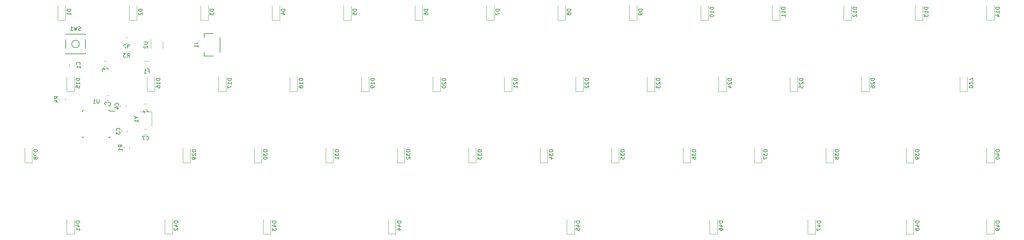
<source format=gbo>
G04 #@! TF.GenerationSoftware,KiCad,Pcbnew,5.1.10*
G04 #@! TF.CreationDate,2021-07-09T15:37:11+09:00*
G04 #@! TF.ProjectId,bakeneko40,62616b65-6e65-46b6-9f34-302e6b696361,rev?*
G04 #@! TF.SameCoordinates,Original*
G04 #@! TF.FileFunction,Legend,Bot*
G04 #@! TF.FilePolarity,Positive*
%FSLAX46Y46*%
G04 Gerber Fmt 4.6, Leading zero omitted, Abs format (unit mm)*
G04 Created by KiCad (PCBNEW 5.1.10) date 2021-07-09 15:37:11*
%MOMM*%
%LPD*%
G01*
G04 APERTURE LIST*
%ADD10C,0.120000*%
%ADD11C,0.150000*%
%ADD12C,2.350000*%
%ADD13C,4.087800*%
%ADD14C,1.850000*%
%ADD15C,3.148000*%
G04 APERTURE END LIST*
D10*
G04 #@! TO.C,C4*
X49065000Y-82058748D02*
X49065000Y-82581252D01*
X50535000Y-82058748D02*
X50535000Y-82581252D01*
D11*
G04 #@! TO.C,U1*
X46225000Y-83495000D02*
X46225000Y-83720000D01*
X38975000Y-83495000D02*
X38975000Y-83820000D01*
X38975000Y-90745000D02*
X38975000Y-90420000D01*
X46225000Y-90745000D02*
X46225000Y-90420000D01*
X46225000Y-83495000D02*
X45900000Y-83495000D01*
X46225000Y-90745000D02*
X45900000Y-90745000D01*
X38975000Y-90745000D02*
X39300000Y-90745000D01*
X38975000Y-83495000D02*
X39300000Y-83495000D01*
X46225000Y-83720000D02*
X47650000Y-83720000D01*
D10*
G04 #@! TO.C,C5*
X44738748Y-70265000D02*
X45261252Y-70265000D01*
X44738748Y-71735000D02*
X45261252Y-71735000D01*
G04 #@! TO.C,U2*
X60384999Y-65109811D02*
X60384999Y-66909811D01*
X57164999Y-66909811D02*
X57164999Y-64459811D01*
G04 #@! TO.C,R4*
X32845000Y-80275436D02*
X32845000Y-80729564D01*
X34315000Y-80275436D02*
X34315000Y-80729564D01*
D11*
G04 #@! TO.C,J1*
X71400000Y-62950000D02*
X71400000Y-63950000D01*
X73800000Y-62950000D02*
X71400000Y-62950000D01*
X75600000Y-67950000D02*
X75600000Y-63950000D01*
X71400000Y-68950000D02*
X73800000Y-68950000D01*
X71400000Y-67950000D02*
X71400000Y-68950000D01*
D10*
G04 #@! TO.C,Y1*
X57435000Y-83855000D02*
X57435000Y-87855000D01*
X54135000Y-83855000D02*
X57435000Y-83855000D01*
D11*
G04 #@! TO.C,SW1*
X38075000Y-65725000D02*
G75*
G03*
X38075000Y-65725000I-1000000J0D01*
G01*
X34475000Y-63125000D02*
X34475000Y-68325000D01*
X39675000Y-63125000D02*
X34475000Y-63125000D01*
X39675000Y-68325000D02*
X39675000Y-63125000D01*
X34475000Y-68325000D02*
X39675000Y-68325000D01*
D10*
G04 #@! TO.C,R3*
X50454186Y-67878750D02*
X50908314Y-67878750D01*
X50454186Y-66408750D02*
X50908314Y-66408750D01*
G04 #@! TO.C,R2*
X50454186Y-64027500D02*
X50908314Y-64027500D01*
X50454186Y-65497500D02*
X50908314Y-65497500D01*
G04 #@! TO.C,R1*
X49995000Y-93212936D02*
X49995000Y-93667064D01*
X51465000Y-93212936D02*
X51465000Y-93667064D01*
G04 #@! TO.C,F1*
X55497936Y-72160000D02*
X56702064Y-72160000D01*
X55497936Y-70340000D02*
X56702064Y-70340000D01*
G04 #@! TO.C,D49*
X281987500Y-116550000D02*
X279987500Y-116550000D01*
X279987500Y-116550000D02*
X279987500Y-112650000D01*
X281987500Y-116550000D02*
X281987500Y-112650000D01*
G04 #@! TO.C,D48*
X260556250Y-116550000D02*
X258556250Y-116550000D01*
X258556250Y-116550000D02*
X258556250Y-112650000D01*
X260556250Y-116550000D02*
X260556250Y-112650000D01*
G04 #@! TO.C,D47*
X234362500Y-116550000D02*
X232362500Y-116550000D01*
X232362500Y-116550000D02*
X232362500Y-112650000D01*
X234362500Y-116550000D02*
X234362500Y-112650000D01*
G04 #@! TO.C,D46*
X208168750Y-116550000D02*
X206168750Y-116550000D01*
X206168750Y-116550000D02*
X206168750Y-112650000D01*
X208168750Y-116550000D02*
X208168750Y-112650000D01*
G04 #@! TO.C,D45*
X170068750Y-116550000D02*
X168068750Y-116550000D01*
X168068750Y-116550000D02*
X168068750Y-112650000D01*
X170068750Y-116550000D02*
X170068750Y-112650000D01*
G04 #@! TO.C,D44*
X122443750Y-116550000D02*
X120443750Y-116550000D01*
X120443750Y-116550000D02*
X120443750Y-112650000D01*
X122443750Y-116550000D02*
X122443750Y-112650000D01*
G04 #@! TO.C,D43*
X89106250Y-116550000D02*
X87106250Y-116550000D01*
X87106250Y-116550000D02*
X87106250Y-112650000D01*
X89106250Y-116550000D02*
X89106250Y-112650000D01*
G04 #@! TO.C,D42*
X62912500Y-116550000D02*
X60912500Y-116550000D01*
X60912500Y-116550000D02*
X60912500Y-112650000D01*
X62912500Y-116550000D02*
X62912500Y-112650000D01*
G04 #@! TO.C,D41*
X36718750Y-116550000D02*
X34718750Y-116550000D01*
X34718750Y-116550000D02*
X34718750Y-112650000D01*
X36718750Y-116550000D02*
X36718750Y-112650000D01*
G04 #@! TO.C,D40*
X281987500Y-97500000D02*
X279987500Y-97500000D01*
X279987500Y-97500000D02*
X279987500Y-93600000D01*
X281987500Y-97500000D02*
X281987500Y-93600000D01*
G04 #@! TO.C,D39*
X260556250Y-97500000D02*
X258556250Y-97500000D01*
X258556250Y-97500000D02*
X258556250Y-93600000D01*
X260556250Y-97500000D02*
X260556250Y-93600000D01*
G04 #@! TO.C,D38*
X239125000Y-97500000D02*
X237125000Y-97500000D01*
X237125000Y-97500000D02*
X237125000Y-93600000D01*
X239125000Y-97500000D02*
X239125000Y-93600000D01*
G04 #@! TO.C,D37*
X220075000Y-97500000D02*
X218075000Y-97500000D01*
X218075000Y-97500000D02*
X218075000Y-93600000D01*
X220075000Y-97500000D02*
X220075000Y-93600000D01*
G04 #@! TO.C,D36*
X201025000Y-97500000D02*
X199025000Y-97500000D01*
X199025000Y-97500000D02*
X199025000Y-93600000D01*
X201025000Y-97500000D02*
X201025000Y-93600000D01*
G04 #@! TO.C,D35*
X181975000Y-97500000D02*
X179975000Y-97500000D01*
X179975000Y-97500000D02*
X179975000Y-93600000D01*
X181975000Y-97500000D02*
X181975000Y-93600000D01*
G04 #@! TO.C,D34*
X162925000Y-97500000D02*
X160925000Y-97500000D01*
X160925000Y-97500000D02*
X160925000Y-93600000D01*
X162925000Y-97500000D02*
X162925000Y-93600000D01*
G04 #@! TO.C,D33*
X143875000Y-97500000D02*
X141875000Y-97500000D01*
X141875000Y-97500000D02*
X141875000Y-93600000D01*
X143875000Y-97500000D02*
X143875000Y-93600000D01*
G04 #@! TO.C,D32*
X124825000Y-97500000D02*
X122825000Y-97500000D01*
X122825000Y-97500000D02*
X122825000Y-93600000D01*
X124825000Y-97500000D02*
X124825000Y-93600000D01*
G04 #@! TO.C,D31*
X105775000Y-97500000D02*
X103775000Y-97500000D01*
X103775000Y-97500000D02*
X103775000Y-93600000D01*
X105775000Y-97500000D02*
X105775000Y-93600000D01*
G04 #@! TO.C,D30*
X86725000Y-97500000D02*
X84725000Y-97500000D01*
X84725000Y-97500000D02*
X84725000Y-93600000D01*
X86725000Y-97500000D02*
X86725000Y-93600000D01*
G04 #@! TO.C,D29*
X67675000Y-97500000D02*
X65675000Y-97500000D01*
X65675000Y-97500000D02*
X65675000Y-93600000D01*
X67675000Y-97500000D02*
X67675000Y-93600000D01*
G04 #@! TO.C,D28*
X25500000Y-97500000D02*
X23500000Y-97500000D01*
X23500000Y-97500000D02*
X23500000Y-93600000D01*
X25500000Y-97500000D02*
X25500000Y-93600000D01*
G04 #@! TO.C,D27*
X274843750Y-78450000D02*
X272843750Y-78450000D01*
X272843750Y-78450000D02*
X272843750Y-74550000D01*
X274843750Y-78450000D02*
X274843750Y-74550000D01*
G04 #@! TO.C,D26*
X248650000Y-78450000D02*
X246650000Y-78450000D01*
X246650000Y-78450000D02*
X246650000Y-74550000D01*
X248650000Y-78450000D02*
X248650000Y-74550000D01*
G04 #@! TO.C,D25*
X229600000Y-78450000D02*
X227600000Y-78450000D01*
X227600000Y-78450000D02*
X227600000Y-74550000D01*
X229600000Y-78450000D02*
X229600000Y-74550000D01*
G04 #@! TO.C,D24*
X210550000Y-78450000D02*
X208550000Y-78450000D01*
X208550000Y-78450000D02*
X208550000Y-74550000D01*
X210550000Y-78450000D02*
X210550000Y-74550000D01*
G04 #@! TO.C,D23*
X191500000Y-78450000D02*
X189500000Y-78450000D01*
X189500000Y-78450000D02*
X189500000Y-74550000D01*
X191500000Y-78450000D02*
X191500000Y-74550000D01*
G04 #@! TO.C,D22*
X172450000Y-78450000D02*
X170450000Y-78450000D01*
X170450000Y-78450000D02*
X170450000Y-74550000D01*
X172450000Y-78450000D02*
X172450000Y-74550000D01*
G04 #@! TO.C,D21*
X153400000Y-78450000D02*
X151400000Y-78450000D01*
X151400000Y-78450000D02*
X151400000Y-74550000D01*
X153400000Y-78450000D02*
X153400000Y-74550000D01*
G04 #@! TO.C,D20*
X134350000Y-78450000D02*
X132350000Y-78450000D01*
X132350000Y-78450000D02*
X132350000Y-74550000D01*
X134350000Y-78450000D02*
X134350000Y-74550000D01*
G04 #@! TO.C,D19*
X115300000Y-78450000D02*
X113300000Y-78450000D01*
X113300000Y-78450000D02*
X113300000Y-74550000D01*
X115300000Y-78450000D02*
X115300000Y-74550000D01*
G04 #@! TO.C,D18*
X96250000Y-78450000D02*
X94250000Y-78450000D01*
X94250000Y-78450000D02*
X94250000Y-74550000D01*
X96250000Y-78450000D02*
X96250000Y-74550000D01*
G04 #@! TO.C,D17*
X77200000Y-78450000D02*
X75200000Y-78450000D01*
X75200000Y-78450000D02*
X75200000Y-74550000D01*
X77200000Y-78450000D02*
X77200000Y-74550000D01*
G04 #@! TO.C,D16*
X58150000Y-78450000D02*
X56150000Y-78450000D01*
X56150000Y-78450000D02*
X56150000Y-74550000D01*
X58150000Y-78450000D02*
X58150000Y-74550000D01*
G04 #@! TO.C,D15*
X36718750Y-78450000D02*
X34718750Y-78450000D01*
X34718750Y-78450000D02*
X34718750Y-74550000D01*
X36718750Y-78450000D02*
X36718750Y-74550000D01*
G04 #@! TO.C,D14*
X281987500Y-59400000D02*
X279987500Y-59400000D01*
X279987500Y-59400000D02*
X279987500Y-55500000D01*
X281987500Y-59400000D02*
X281987500Y-55500000D01*
G04 #@! TO.C,D13*
X262937500Y-59400000D02*
X260937500Y-59400000D01*
X260937500Y-59400000D02*
X260937500Y-55500000D01*
X262937500Y-59400000D02*
X262937500Y-55500000D01*
G04 #@! TO.C,D12*
X243887500Y-59400000D02*
X241887500Y-59400000D01*
X241887500Y-59400000D02*
X241887500Y-55500000D01*
X243887500Y-59400000D02*
X243887500Y-55500000D01*
G04 #@! TO.C,D11*
X224837500Y-59400000D02*
X222837500Y-59400000D01*
X222837500Y-59400000D02*
X222837500Y-55500000D01*
X224837500Y-59400000D02*
X224837500Y-55500000D01*
G04 #@! TO.C,D10*
X205787500Y-59400000D02*
X203787500Y-59400000D01*
X203787500Y-59400000D02*
X203787500Y-55500000D01*
X205787500Y-59400000D02*
X205787500Y-55500000D01*
G04 #@! TO.C,D9*
X186737500Y-59400000D02*
X184737500Y-59400000D01*
X184737500Y-59400000D02*
X184737500Y-55500000D01*
X186737500Y-59400000D02*
X186737500Y-55500000D01*
G04 #@! TO.C,D8*
X167687500Y-59400000D02*
X165687500Y-59400000D01*
X165687500Y-59400000D02*
X165687500Y-55500000D01*
X167687500Y-59400000D02*
X167687500Y-55500000D01*
G04 #@! TO.C,D7*
X148637500Y-59400000D02*
X146637500Y-59400000D01*
X146637500Y-59400000D02*
X146637500Y-55500000D01*
X148637500Y-59400000D02*
X148637500Y-55500000D01*
G04 #@! TO.C,D6*
X129587500Y-59400000D02*
X127587500Y-59400000D01*
X127587500Y-59400000D02*
X127587500Y-55500000D01*
X129587500Y-59400000D02*
X129587500Y-55500000D01*
G04 #@! TO.C,D5*
X110537500Y-59400000D02*
X108537500Y-59400000D01*
X108537500Y-59400000D02*
X108537500Y-55500000D01*
X110537500Y-59400000D02*
X110537500Y-55500000D01*
G04 #@! TO.C,D4*
X91487500Y-59400000D02*
X89487500Y-59400000D01*
X89487500Y-59400000D02*
X89487500Y-55500000D01*
X91487500Y-59400000D02*
X91487500Y-55500000D01*
G04 #@! TO.C,D3*
X72437500Y-59400000D02*
X70437500Y-59400000D01*
X70437500Y-59400000D02*
X70437500Y-55500000D01*
X72437500Y-59400000D02*
X72437500Y-55500000D01*
G04 #@! TO.C,D2*
X53387500Y-59400000D02*
X51387500Y-59400000D01*
X51387500Y-59400000D02*
X51387500Y-55500000D01*
X53387500Y-59400000D02*
X53387500Y-55500000D01*
G04 #@! TO.C,D1*
X34337500Y-59400000D02*
X32337500Y-59400000D01*
X32337500Y-59400000D02*
X32337500Y-55500000D01*
X34337500Y-59400000D02*
X34337500Y-55500000D01*
G04 #@! TO.C,C7*
X55498748Y-88495000D02*
X56021252Y-88495000D01*
X55498748Y-89965000D02*
X56021252Y-89965000D01*
G04 #@! TO.C,C6*
X55498748Y-81745000D02*
X56021252Y-81745000D01*
X55498748Y-83215000D02*
X56021252Y-83215000D01*
G04 #@! TO.C,C3*
X49395000Y-88788748D02*
X49395000Y-89311252D01*
X50865000Y-88788748D02*
X50865000Y-89311252D01*
G04 #@! TO.C,C2*
X45378748Y-80905000D02*
X45901252Y-80905000D01*
X45378748Y-79435000D02*
X45901252Y-79435000D01*
G04 #@! TO.C,C1*
X36935000Y-71661252D02*
X36935000Y-71138748D01*
X35465000Y-71661252D02*
X35465000Y-71138748D01*
G04 #@! TO.C,C4*
D11*
X48477142Y-82153333D02*
X48524761Y-82105714D01*
X48572380Y-81962857D01*
X48572380Y-81867619D01*
X48524761Y-81724761D01*
X48429523Y-81629523D01*
X48334285Y-81581904D01*
X48143809Y-81534285D01*
X48000952Y-81534285D01*
X47810476Y-81581904D01*
X47715238Y-81629523D01*
X47620000Y-81724761D01*
X47572380Y-81867619D01*
X47572380Y-81962857D01*
X47620000Y-82105714D01*
X47667619Y-82153333D01*
X47905714Y-83010476D02*
X48572380Y-83010476D01*
X47524761Y-82772380D02*
X48239047Y-82534285D01*
X48239047Y-83153333D01*
G04 #@! TO.C,U1*
X43361904Y-80522380D02*
X43361904Y-81331904D01*
X43314285Y-81427142D01*
X43266666Y-81474761D01*
X43171428Y-81522380D01*
X42980952Y-81522380D01*
X42885714Y-81474761D01*
X42838095Y-81427142D01*
X42790476Y-81331904D01*
X42790476Y-80522380D01*
X41790476Y-81522380D02*
X42361904Y-81522380D01*
X42076190Y-81522380D02*
X42076190Y-80522380D01*
X42171428Y-80665238D01*
X42266666Y-80760476D01*
X42361904Y-80808095D01*
G04 #@! TO.C,C5*
X45166666Y-73037142D02*
X45214285Y-73084761D01*
X45357142Y-73132380D01*
X45452380Y-73132380D01*
X45595238Y-73084761D01*
X45690476Y-72989523D01*
X45738095Y-72894285D01*
X45785714Y-72703809D01*
X45785714Y-72560952D01*
X45738095Y-72370476D01*
X45690476Y-72275238D01*
X45595238Y-72180000D01*
X45452380Y-72132380D01*
X45357142Y-72132380D01*
X45214285Y-72180000D01*
X45166666Y-72227619D01*
X44261904Y-72132380D02*
X44738095Y-72132380D01*
X44785714Y-72608571D01*
X44738095Y-72560952D01*
X44642857Y-72513333D01*
X44404761Y-72513333D01*
X44309523Y-72560952D01*
X44261904Y-72608571D01*
X44214285Y-72703809D01*
X44214285Y-72941904D01*
X44261904Y-73037142D01*
X44309523Y-73084761D01*
X44404761Y-73132380D01*
X44642857Y-73132380D01*
X44738095Y-73084761D01*
X44785714Y-73037142D01*
G04 #@! TO.C,U2*
X55327379Y-65247906D02*
X56136903Y-65247906D01*
X56232141Y-65295525D01*
X56279760Y-65343144D01*
X56327379Y-65438382D01*
X56327379Y-65628858D01*
X56279760Y-65724096D01*
X56232141Y-65771715D01*
X56136903Y-65819334D01*
X55327379Y-65819334D01*
X55422618Y-66247906D02*
X55374999Y-66295525D01*
X55327379Y-66390763D01*
X55327379Y-66628858D01*
X55374999Y-66724096D01*
X55422618Y-66771715D01*
X55517856Y-66819334D01*
X55613094Y-66819334D01*
X55755951Y-66771715D01*
X56327379Y-66200287D01*
X56327379Y-66819334D01*
G04 #@! TO.C,R4*
X32382380Y-80335833D02*
X31906190Y-80002500D01*
X32382380Y-79764404D02*
X31382380Y-79764404D01*
X31382380Y-80145357D01*
X31430000Y-80240595D01*
X31477619Y-80288214D01*
X31572857Y-80335833D01*
X31715714Y-80335833D01*
X31810952Y-80288214D01*
X31858571Y-80240595D01*
X31906190Y-80145357D01*
X31906190Y-79764404D01*
X31715714Y-81192976D02*
X32382380Y-81192976D01*
X31334761Y-80954880D02*
X32049047Y-80716785D01*
X32049047Y-81335833D01*
G04 #@! TO.C,J1*
X68752380Y-65616666D02*
X69466666Y-65616666D01*
X69609523Y-65569047D01*
X69704761Y-65473809D01*
X69752380Y-65330952D01*
X69752380Y-65235714D01*
X69752380Y-66616666D02*
X69752380Y-66045238D01*
X69752380Y-66330952D02*
X68752380Y-66330952D01*
X68895238Y-66235714D01*
X68990476Y-66140476D01*
X69038095Y-66045238D01*
G04 #@! TO.C,Y1*
X53311190Y-85378809D02*
X53787380Y-85378809D01*
X52787380Y-85045476D02*
X53311190Y-85378809D01*
X52787380Y-85712142D01*
X53787380Y-86569285D02*
X53787380Y-85997857D01*
X53787380Y-86283571D02*
X52787380Y-86283571D01*
X52930238Y-86188333D01*
X53025476Y-86093095D01*
X53073095Y-85997857D01*
G04 #@! TO.C,SW1*
X38408333Y-62065761D02*
X38265476Y-62113380D01*
X38027380Y-62113380D01*
X37932142Y-62065761D01*
X37884523Y-62018142D01*
X37836904Y-61922904D01*
X37836904Y-61827666D01*
X37884523Y-61732428D01*
X37932142Y-61684809D01*
X38027380Y-61637190D01*
X38217857Y-61589571D01*
X38313095Y-61541952D01*
X38360714Y-61494333D01*
X38408333Y-61399095D01*
X38408333Y-61303857D01*
X38360714Y-61208619D01*
X38313095Y-61161000D01*
X38217857Y-61113380D01*
X37979761Y-61113380D01*
X37836904Y-61161000D01*
X37503571Y-61113380D02*
X37265476Y-62113380D01*
X37075000Y-61399095D01*
X36884523Y-62113380D01*
X36646428Y-61113380D01*
X35741666Y-62113380D02*
X36313095Y-62113380D01*
X36027380Y-62113380D02*
X36027380Y-61113380D01*
X36122619Y-61256238D01*
X36217857Y-61351476D01*
X36313095Y-61399095D01*
G04 #@! TO.C,R3*
X50847916Y-69246130D02*
X51181250Y-68769940D01*
X51419345Y-69246130D02*
X51419345Y-68246130D01*
X51038392Y-68246130D01*
X50943154Y-68293750D01*
X50895535Y-68341369D01*
X50847916Y-68436607D01*
X50847916Y-68579464D01*
X50895535Y-68674702D01*
X50943154Y-68722321D01*
X51038392Y-68769940D01*
X51419345Y-68769940D01*
X50514583Y-68246130D02*
X49895535Y-68246130D01*
X50228869Y-68627083D01*
X50086011Y-68627083D01*
X49990773Y-68674702D01*
X49943154Y-68722321D01*
X49895535Y-68817559D01*
X49895535Y-69055654D01*
X49943154Y-69150892D01*
X49990773Y-69198511D01*
X50086011Y-69246130D01*
X50371726Y-69246130D01*
X50466964Y-69198511D01*
X50514583Y-69150892D01*
G04 #@! TO.C,R2*
X50847916Y-66864880D02*
X51181250Y-66388690D01*
X51419345Y-66864880D02*
X51419345Y-65864880D01*
X51038392Y-65864880D01*
X50943154Y-65912500D01*
X50895535Y-65960119D01*
X50847916Y-66055357D01*
X50847916Y-66198214D01*
X50895535Y-66293452D01*
X50943154Y-66341071D01*
X51038392Y-66388690D01*
X51419345Y-66388690D01*
X50466964Y-65960119D02*
X50419345Y-65912500D01*
X50324107Y-65864880D01*
X50086011Y-65864880D01*
X49990773Y-65912500D01*
X49943154Y-65960119D01*
X49895535Y-66055357D01*
X49895535Y-66150595D01*
X49943154Y-66293452D01*
X50514583Y-66864880D01*
X49895535Y-66864880D01*
G04 #@! TO.C,R1*
X49532380Y-93273333D02*
X49056190Y-92940000D01*
X49532380Y-92701904D02*
X48532380Y-92701904D01*
X48532380Y-93082857D01*
X48580000Y-93178095D01*
X48627619Y-93225714D01*
X48722857Y-93273333D01*
X48865714Y-93273333D01*
X48960952Y-93225714D01*
X49008571Y-93178095D01*
X49056190Y-93082857D01*
X49056190Y-92701904D01*
X49532380Y-94225714D02*
X49532380Y-93654285D01*
X49532380Y-93940000D02*
X48532380Y-93940000D01*
X48675238Y-93844761D01*
X48770476Y-93749523D01*
X48818095Y-93654285D01*
G04 #@! TO.C,F1*
X56433333Y-72998571D02*
X56766666Y-72998571D01*
X56766666Y-73522380D02*
X56766666Y-72522380D01*
X56290476Y-72522380D01*
X55385714Y-73522380D02*
X55957142Y-73522380D01*
X55671428Y-73522380D02*
X55671428Y-72522380D01*
X55766666Y-72665238D01*
X55861904Y-72760476D01*
X55957142Y-72808095D01*
G04 #@! TO.C,D49*
X283439880Y-113085714D02*
X282439880Y-113085714D01*
X282439880Y-113323809D01*
X282487500Y-113466666D01*
X282582738Y-113561904D01*
X282677976Y-113609523D01*
X282868452Y-113657142D01*
X283011309Y-113657142D01*
X283201785Y-113609523D01*
X283297023Y-113561904D01*
X283392261Y-113466666D01*
X283439880Y-113323809D01*
X283439880Y-113085714D01*
X282773214Y-114514285D02*
X283439880Y-114514285D01*
X282392261Y-114276190D02*
X283106547Y-114038095D01*
X283106547Y-114657142D01*
X283439880Y-115085714D02*
X283439880Y-115276190D01*
X283392261Y-115371428D01*
X283344642Y-115419047D01*
X283201785Y-115514285D01*
X283011309Y-115561904D01*
X282630357Y-115561904D01*
X282535119Y-115514285D01*
X282487500Y-115466666D01*
X282439880Y-115371428D01*
X282439880Y-115180952D01*
X282487500Y-115085714D01*
X282535119Y-115038095D01*
X282630357Y-114990476D01*
X282868452Y-114990476D01*
X282963690Y-115038095D01*
X283011309Y-115085714D01*
X283058928Y-115180952D01*
X283058928Y-115371428D01*
X283011309Y-115466666D01*
X282963690Y-115514285D01*
X282868452Y-115561904D01*
G04 #@! TO.C,D48*
X262008630Y-113085714D02*
X261008630Y-113085714D01*
X261008630Y-113323809D01*
X261056250Y-113466666D01*
X261151488Y-113561904D01*
X261246726Y-113609523D01*
X261437202Y-113657142D01*
X261580059Y-113657142D01*
X261770535Y-113609523D01*
X261865773Y-113561904D01*
X261961011Y-113466666D01*
X262008630Y-113323809D01*
X262008630Y-113085714D01*
X261341964Y-114514285D02*
X262008630Y-114514285D01*
X260961011Y-114276190D02*
X261675297Y-114038095D01*
X261675297Y-114657142D01*
X261437202Y-115180952D02*
X261389583Y-115085714D01*
X261341964Y-115038095D01*
X261246726Y-114990476D01*
X261199107Y-114990476D01*
X261103869Y-115038095D01*
X261056250Y-115085714D01*
X261008630Y-115180952D01*
X261008630Y-115371428D01*
X261056250Y-115466666D01*
X261103869Y-115514285D01*
X261199107Y-115561904D01*
X261246726Y-115561904D01*
X261341964Y-115514285D01*
X261389583Y-115466666D01*
X261437202Y-115371428D01*
X261437202Y-115180952D01*
X261484821Y-115085714D01*
X261532440Y-115038095D01*
X261627678Y-114990476D01*
X261818154Y-114990476D01*
X261913392Y-115038095D01*
X261961011Y-115085714D01*
X262008630Y-115180952D01*
X262008630Y-115371428D01*
X261961011Y-115466666D01*
X261913392Y-115514285D01*
X261818154Y-115561904D01*
X261627678Y-115561904D01*
X261532440Y-115514285D01*
X261484821Y-115466666D01*
X261437202Y-115371428D01*
G04 #@! TO.C,D47*
X235814880Y-113085714D02*
X234814880Y-113085714D01*
X234814880Y-113323809D01*
X234862500Y-113466666D01*
X234957738Y-113561904D01*
X235052976Y-113609523D01*
X235243452Y-113657142D01*
X235386309Y-113657142D01*
X235576785Y-113609523D01*
X235672023Y-113561904D01*
X235767261Y-113466666D01*
X235814880Y-113323809D01*
X235814880Y-113085714D01*
X235148214Y-114514285D02*
X235814880Y-114514285D01*
X234767261Y-114276190D02*
X235481547Y-114038095D01*
X235481547Y-114657142D01*
X234814880Y-114942857D02*
X234814880Y-115609523D01*
X235814880Y-115180952D01*
G04 #@! TO.C,D46*
X209621130Y-113085714D02*
X208621130Y-113085714D01*
X208621130Y-113323809D01*
X208668750Y-113466666D01*
X208763988Y-113561904D01*
X208859226Y-113609523D01*
X209049702Y-113657142D01*
X209192559Y-113657142D01*
X209383035Y-113609523D01*
X209478273Y-113561904D01*
X209573511Y-113466666D01*
X209621130Y-113323809D01*
X209621130Y-113085714D01*
X208954464Y-114514285D02*
X209621130Y-114514285D01*
X208573511Y-114276190D02*
X209287797Y-114038095D01*
X209287797Y-114657142D01*
X208621130Y-115466666D02*
X208621130Y-115276190D01*
X208668750Y-115180952D01*
X208716369Y-115133333D01*
X208859226Y-115038095D01*
X209049702Y-114990476D01*
X209430654Y-114990476D01*
X209525892Y-115038095D01*
X209573511Y-115085714D01*
X209621130Y-115180952D01*
X209621130Y-115371428D01*
X209573511Y-115466666D01*
X209525892Y-115514285D01*
X209430654Y-115561904D01*
X209192559Y-115561904D01*
X209097321Y-115514285D01*
X209049702Y-115466666D01*
X209002083Y-115371428D01*
X209002083Y-115180952D01*
X209049702Y-115085714D01*
X209097321Y-115038095D01*
X209192559Y-114990476D01*
G04 #@! TO.C,D45*
X171521130Y-113085714D02*
X170521130Y-113085714D01*
X170521130Y-113323809D01*
X170568750Y-113466666D01*
X170663988Y-113561904D01*
X170759226Y-113609523D01*
X170949702Y-113657142D01*
X171092559Y-113657142D01*
X171283035Y-113609523D01*
X171378273Y-113561904D01*
X171473511Y-113466666D01*
X171521130Y-113323809D01*
X171521130Y-113085714D01*
X170854464Y-114514285D02*
X171521130Y-114514285D01*
X170473511Y-114276190D02*
X171187797Y-114038095D01*
X171187797Y-114657142D01*
X170521130Y-115514285D02*
X170521130Y-115038095D01*
X170997321Y-114990476D01*
X170949702Y-115038095D01*
X170902083Y-115133333D01*
X170902083Y-115371428D01*
X170949702Y-115466666D01*
X170997321Y-115514285D01*
X171092559Y-115561904D01*
X171330654Y-115561904D01*
X171425892Y-115514285D01*
X171473511Y-115466666D01*
X171521130Y-115371428D01*
X171521130Y-115133333D01*
X171473511Y-115038095D01*
X171425892Y-114990476D01*
G04 #@! TO.C,D44*
X123896130Y-113085714D02*
X122896130Y-113085714D01*
X122896130Y-113323809D01*
X122943750Y-113466666D01*
X123038988Y-113561904D01*
X123134226Y-113609523D01*
X123324702Y-113657142D01*
X123467559Y-113657142D01*
X123658035Y-113609523D01*
X123753273Y-113561904D01*
X123848511Y-113466666D01*
X123896130Y-113323809D01*
X123896130Y-113085714D01*
X123229464Y-114514285D02*
X123896130Y-114514285D01*
X122848511Y-114276190D02*
X123562797Y-114038095D01*
X123562797Y-114657142D01*
X123229464Y-115466666D02*
X123896130Y-115466666D01*
X122848511Y-115228571D02*
X123562797Y-114990476D01*
X123562797Y-115609523D01*
G04 #@! TO.C,D43*
X90558630Y-113085714D02*
X89558630Y-113085714D01*
X89558630Y-113323809D01*
X89606250Y-113466666D01*
X89701488Y-113561904D01*
X89796726Y-113609523D01*
X89987202Y-113657142D01*
X90130059Y-113657142D01*
X90320535Y-113609523D01*
X90415773Y-113561904D01*
X90511011Y-113466666D01*
X90558630Y-113323809D01*
X90558630Y-113085714D01*
X89891964Y-114514285D02*
X90558630Y-114514285D01*
X89511011Y-114276190D02*
X90225297Y-114038095D01*
X90225297Y-114657142D01*
X89558630Y-114942857D02*
X89558630Y-115561904D01*
X89939583Y-115228571D01*
X89939583Y-115371428D01*
X89987202Y-115466666D01*
X90034821Y-115514285D01*
X90130059Y-115561904D01*
X90368154Y-115561904D01*
X90463392Y-115514285D01*
X90511011Y-115466666D01*
X90558630Y-115371428D01*
X90558630Y-115085714D01*
X90511011Y-114990476D01*
X90463392Y-114942857D01*
G04 #@! TO.C,D42*
X64364880Y-113085714D02*
X63364880Y-113085714D01*
X63364880Y-113323809D01*
X63412500Y-113466666D01*
X63507738Y-113561904D01*
X63602976Y-113609523D01*
X63793452Y-113657142D01*
X63936309Y-113657142D01*
X64126785Y-113609523D01*
X64222023Y-113561904D01*
X64317261Y-113466666D01*
X64364880Y-113323809D01*
X64364880Y-113085714D01*
X63698214Y-114514285D02*
X64364880Y-114514285D01*
X63317261Y-114276190D02*
X64031547Y-114038095D01*
X64031547Y-114657142D01*
X63460119Y-114990476D02*
X63412500Y-115038095D01*
X63364880Y-115133333D01*
X63364880Y-115371428D01*
X63412500Y-115466666D01*
X63460119Y-115514285D01*
X63555357Y-115561904D01*
X63650595Y-115561904D01*
X63793452Y-115514285D01*
X64364880Y-114942857D01*
X64364880Y-115561904D01*
G04 #@! TO.C,D41*
X38171130Y-113085714D02*
X37171130Y-113085714D01*
X37171130Y-113323809D01*
X37218750Y-113466666D01*
X37313988Y-113561904D01*
X37409226Y-113609523D01*
X37599702Y-113657142D01*
X37742559Y-113657142D01*
X37933035Y-113609523D01*
X38028273Y-113561904D01*
X38123511Y-113466666D01*
X38171130Y-113323809D01*
X38171130Y-113085714D01*
X37504464Y-114514285D02*
X38171130Y-114514285D01*
X37123511Y-114276190D02*
X37837797Y-114038095D01*
X37837797Y-114657142D01*
X38171130Y-115561904D02*
X38171130Y-114990476D01*
X38171130Y-115276190D02*
X37171130Y-115276190D01*
X37313988Y-115180952D01*
X37409226Y-115085714D01*
X37456845Y-114990476D01*
G04 #@! TO.C,D40*
X283439880Y-94035714D02*
X282439880Y-94035714D01*
X282439880Y-94273809D01*
X282487500Y-94416666D01*
X282582738Y-94511904D01*
X282677976Y-94559523D01*
X282868452Y-94607142D01*
X283011309Y-94607142D01*
X283201785Y-94559523D01*
X283297023Y-94511904D01*
X283392261Y-94416666D01*
X283439880Y-94273809D01*
X283439880Y-94035714D01*
X282773214Y-95464285D02*
X283439880Y-95464285D01*
X282392261Y-95226190D02*
X283106547Y-94988095D01*
X283106547Y-95607142D01*
X282439880Y-96178571D02*
X282439880Y-96273809D01*
X282487500Y-96369047D01*
X282535119Y-96416666D01*
X282630357Y-96464285D01*
X282820833Y-96511904D01*
X283058928Y-96511904D01*
X283249404Y-96464285D01*
X283344642Y-96416666D01*
X283392261Y-96369047D01*
X283439880Y-96273809D01*
X283439880Y-96178571D01*
X283392261Y-96083333D01*
X283344642Y-96035714D01*
X283249404Y-95988095D01*
X283058928Y-95940476D01*
X282820833Y-95940476D01*
X282630357Y-95988095D01*
X282535119Y-96035714D01*
X282487500Y-96083333D01*
X282439880Y-96178571D01*
G04 #@! TO.C,D39*
X262008630Y-94035714D02*
X261008630Y-94035714D01*
X261008630Y-94273809D01*
X261056250Y-94416666D01*
X261151488Y-94511904D01*
X261246726Y-94559523D01*
X261437202Y-94607142D01*
X261580059Y-94607142D01*
X261770535Y-94559523D01*
X261865773Y-94511904D01*
X261961011Y-94416666D01*
X262008630Y-94273809D01*
X262008630Y-94035714D01*
X261008630Y-94940476D02*
X261008630Y-95559523D01*
X261389583Y-95226190D01*
X261389583Y-95369047D01*
X261437202Y-95464285D01*
X261484821Y-95511904D01*
X261580059Y-95559523D01*
X261818154Y-95559523D01*
X261913392Y-95511904D01*
X261961011Y-95464285D01*
X262008630Y-95369047D01*
X262008630Y-95083333D01*
X261961011Y-94988095D01*
X261913392Y-94940476D01*
X262008630Y-96035714D02*
X262008630Y-96226190D01*
X261961011Y-96321428D01*
X261913392Y-96369047D01*
X261770535Y-96464285D01*
X261580059Y-96511904D01*
X261199107Y-96511904D01*
X261103869Y-96464285D01*
X261056250Y-96416666D01*
X261008630Y-96321428D01*
X261008630Y-96130952D01*
X261056250Y-96035714D01*
X261103869Y-95988095D01*
X261199107Y-95940476D01*
X261437202Y-95940476D01*
X261532440Y-95988095D01*
X261580059Y-96035714D01*
X261627678Y-96130952D01*
X261627678Y-96321428D01*
X261580059Y-96416666D01*
X261532440Y-96464285D01*
X261437202Y-96511904D01*
G04 #@! TO.C,D38*
X240577380Y-94035714D02*
X239577380Y-94035714D01*
X239577380Y-94273809D01*
X239625000Y-94416666D01*
X239720238Y-94511904D01*
X239815476Y-94559523D01*
X240005952Y-94607142D01*
X240148809Y-94607142D01*
X240339285Y-94559523D01*
X240434523Y-94511904D01*
X240529761Y-94416666D01*
X240577380Y-94273809D01*
X240577380Y-94035714D01*
X239577380Y-94940476D02*
X239577380Y-95559523D01*
X239958333Y-95226190D01*
X239958333Y-95369047D01*
X240005952Y-95464285D01*
X240053571Y-95511904D01*
X240148809Y-95559523D01*
X240386904Y-95559523D01*
X240482142Y-95511904D01*
X240529761Y-95464285D01*
X240577380Y-95369047D01*
X240577380Y-95083333D01*
X240529761Y-94988095D01*
X240482142Y-94940476D01*
X240005952Y-96130952D02*
X239958333Y-96035714D01*
X239910714Y-95988095D01*
X239815476Y-95940476D01*
X239767857Y-95940476D01*
X239672619Y-95988095D01*
X239625000Y-96035714D01*
X239577380Y-96130952D01*
X239577380Y-96321428D01*
X239625000Y-96416666D01*
X239672619Y-96464285D01*
X239767857Y-96511904D01*
X239815476Y-96511904D01*
X239910714Y-96464285D01*
X239958333Y-96416666D01*
X240005952Y-96321428D01*
X240005952Y-96130952D01*
X240053571Y-96035714D01*
X240101190Y-95988095D01*
X240196428Y-95940476D01*
X240386904Y-95940476D01*
X240482142Y-95988095D01*
X240529761Y-96035714D01*
X240577380Y-96130952D01*
X240577380Y-96321428D01*
X240529761Y-96416666D01*
X240482142Y-96464285D01*
X240386904Y-96511904D01*
X240196428Y-96511904D01*
X240101190Y-96464285D01*
X240053571Y-96416666D01*
X240005952Y-96321428D01*
G04 #@! TO.C,D37*
X221527380Y-94035714D02*
X220527380Y-94035714D01*
X220527380Y-94273809D01*
X220575000Y-94416666D01*
X220670238Y-94511904D01*
X220765476Y-94559523D01*
X220955952Y-94607142D01*
X221098809Y-94607142D01*
X221289285Y-94559523D01*
X221384523Y-94511904D01*
X221479761Y-94416666D01*
X221527380Y-94273809D01*
X221527380Y-94035714D01*
X220527380Y-94940476D02*
X220527380Y-95559523D01*
X220908333Y-95226190D01*
X220908333Y-95369047D01*
X220955952Y-95464285D01*
X221003571Y-95511904D01*
X221098809Y-95559523D01*
X221336904Y-95559523D01*
X221432142Y-95511904D01*
X221479761Y-95464285D01*
X221527380Y-95369047D01*
X221527380Y-95083333D01*
X221479761Y-94988095D01*
X221432142Y-94940476D01*
X220527380Y-95892857D02*
X220527380Y-96559523D01*
X221527380Y-96130952D01*
G04 #@! TO.C,D36*
X202477380Y-94035714D02*
X201477380Y-94035714D01*
X201477380Y-94273809D01*
X201525000Y-94416666D01*
X201620238Y-94511904D01*
X201715476Y-94559523D01*
X201905952Y-94607142D01*
X202048809Y-94607142D01*
X202239285Y-94559523D01*
X202334523Y-94511904D01*
X202429761Y-94416666D01*
X202477380Y-94273809D01*
X202477380Y-94035714D01*
X201477380Y-94940476D02*
X201477380Y-95559523D01*
X201858333Y-95226190D01*
X201858333Y-95369047D01*
X201905952Y-95464285D01*
X201953571Y-95511904D01*
X202048809Y-95559523D01*
X202286904Y-95559523D01*
X202382142Y-95511904D01*
X202429761Y-95464285D01*
X202477380Y-95369047D01*
X202477380Y-95083333D01*
X202429761Y-94988095D01*
X202382142Y-94940476D01*
X201477380Y-96416666D02*
X201477380Y-96226190D01*
X201525000Y-96130952D01*
X201572619Y-96083333D01*
X201715476Y-95988095D01*
X201905952Y-95940476D01*
X202286904Y-95940476D01*
X202382142Y-95988095D01*
X202429761Y-96035714D01*
X202477380Y-96130952D01*
X202477380Y-96321428D01*
X202429761Y-96416666D01*
X202382142Y-96464285D01*
X202286904Y-96511904D01*
X202048809Y-96511904D01*
X201953571Y-96464285D01*
X201905952Y-96416666D01*
X201858333Y-96321428D01*
X201858333Y-96130952D01*
X201905952Y-96035714D01*
X201953571Y-95988095D01*
X202048809Y-95940476D01*
G04 #@! TO.C,D35*
X183427380Y-94035714D02*
X182427380Y-94035714D01*
X182427380Y-94273809D01*
X182475000Y-94416666D01*
X182570238Y-94511904D01*
X182665476Y-94559523D01*
X182855952Y-94607142D01*
X182998809Y-94607142D01*
X183189285Y-94559523D01*
X183284523Y-94511904D01*
X183379761Y-94416666D01*
X183427380Y-94273809D01*
X183427380Y-94035714D01*
X182427380Y-94940476D02*
X182427380Y-95559523D01*
X182808333Y-95226190D01*
X182808333Y-95369047D01*
X182855952Y-95464285D01*
X182903571Y-95511904D01*
X182998809Y-95559523D01*
X183236904Y-95559523D01*
X183332142Y-95511904D01*
X183379761Y-95464285D01*
X183427380Y-95369047D01*
X183427380Y-95083333D01*
X183379761Y-94988095D01*
X183332142Y-94940476D01*
X182427380Y-96464285D02*
X182427380Y-95988095D01*
X182903571Y-95940476D01*
X182855952Y-95988095D01*
X182808333Y-96083333D01*
X182808333Y-96321428D01*
X182855952Y-96416666D01*
X182903571Y-96464285D01*
X182998809Y-96511904D01*
X183236904Y-96511904D01*
X183332142Y-96464285D01*
X183379761Y-96416666D01*
X183427380Y-96321428D01*
X183427380Y-96083333D01*
X183379761Y-95988095D01*
X183332142Y-95940476D01*
G04 #@! TO.C,D34*
X164377380Y-94035714D02*
X163377380Y-94035714D01*
X163377380Y-94273809D01*
X163425000Y-94416666D01*
X163520238Y-94511904D01*
X163615476Y-94559523D01*
X163805952Y-94607142D01*
X163948809Y-94607142D01*
X164139285Y-94559523D01*
X164234523Y-94511904D01*
X164329761Y-94416666D01*
X164377380Y-94273809D01*
X164377380Y-94035714D01*
X163377380Y-94940476D02*
X163377380Y-95559523D01*
X163758333Y-95226190D01*
X163758333Y-95369047D01*
X163805952Y-95464285D01*
X163853571Y-95511904D01*
X163948809Y-95559523D01*
X164186904Y-95559523D01*
X164282142Y-95511904D01*
X164329761Y-95464285D01*
X164377380Y-95369047D01*
X164377380Y-95083333D01*
X164329761Y-94988095D01*
X164282142Y-94940476D01*
X163710714Y-96416666D02*
X164377380Y-96416666D01*
X163329761Y-96178571D02*
X164044047Y-95940476D01*
X164044047Y-96559523D01*
G04 #@! TO.C,D33*
X145327380Y-94035714D02*
X144327380Y-94035714D01*
X144327380Y-94273809D01*
X144375000Y-94416666D01*
X144470238Y-94511904D01*
X144565476Y-94559523D01*
X144755952Y-94607142D01*
X144898809Y-94607142D01*
X145089285Y-94559523D01*
X145184523Y-94511904D01*
X145279761Y-94416666D01*
X145327380Y-94273809D01*
X145327380Y-94035714D01*
X144327380Y-94940476D02*
X144327380Y-95559523D01*
X144708333Y-95226190D01*
X144708333Y-95369047D01*
X144755952Y-95464285D01*
X144803571Y-95511904D01*
X144898809Y-95559523D01*
X145136904Y-95559523D01*
X145232142Y-95511904D01*
X145279761Y-95464285D01*
X145327380Y-95369047D01*
X145327380Y-95083333D01*
X145279761Y-94988095D01*
X145232142Y-94940476D01*
X144327380Y-95892857D02*
X144327380Y-96511904D01*
X144708333Y-96178571D01*
X144708333Y-96321428D01*
X144755952Y-96416666D01*
X144803571Y-96464285D01*
X144898809Y-96511904D01*
X145136904Y-96511904D01*
X145232142Y-96464285D01*
X145279761Y-96416666D01*
X145327380Y-96321428D01*
X145327380Y-96035714D01*
X145279761Y-95940476D01*
X145232142Y-95892857D01*
G04 #@! TO.C,D32*
X126277380Y-94035714D02*
X125277380Y-94035714D01*
X125277380Y-94273809D01*
X125325000Y-94416666D01*
X125420238Y-94511904D01*
X125515476Y-94559523D01*
X125705952Y-94607142D01*
X125848809Y-94607142D01*
X126039285Y-94559523D01*
X126134523Y-94511904D01*
X126229761Y-94416666D01*
X126277380Y-94273809D01*
X126277380Y-94035714D01*
X125277380Y-94940476D02*
X125277380Y-95559523D01*
X125658333Y-95226190D01*
X125658333Y-95369047D01*
X125705952Y-95464285D01*
X125753571Y-95511904D01*
X125848809Y-95559523D01*
X126086904Y-95559523D01*
X126182142Y-95511904D01*
X126229761Y-95464285D01*
X126277380Y-95369047D01*
X126277380Y-95083333D01*
X126229761Y-94988095D01*
X126182142Y-94940476D01*
X125372619Y-95940476D02*
X125325000Y-95988095D01*
X125277380Y-96083333D01*
X125277380Y-96321428D01*
X125325000Y-96416666D01*
X125372619Y-96464285D01*
X125467857Y-96511904D01*
X125563095Y-96511904D01*
X125705952Y-96464285D01*
X126277380Y-95892857D01*
X126277380Y-96511904D01*
G04 #@! TO.C,D31*
X107227380Y-94035714D02*
X106227380Y-94035714D01*
X106227380Y-94273809D01*
X106275000Y-94416666D01*
X106370238Y-94511904D01*
X106465476Y-94559523D01*
X106655952Y-94607142D01*
X106798809Y-94607142D01*
X106989285Y-94559523D01*
X107084523Y-94511904D01*
X107179761Y-94416666D01*
X107227380Y-94273809D01*
X107227380Y-94035714D01*
X106227380Y-94940476D02*
X106227380Y-95559523D01*
X106608333Y-95226190D01*
X106608333Y-95369047D01*
X106655952Y-95464285D01*
X106703571Y-95511904D01*
X106798809Y-95559523D01*
X107036904Y-95559523D01*
X107132142Y-95511904D01*
X107179761Y-95464285D01*
X107227380Y-95369047D01*
X107227380Y-95083333D01*
X107179761Y-94988095D01*
X107132142Y-94940476D01*
X107227380Y-96511904D02*
X107227380Y-95940476D01*
X107227380Y-96226190D02*
X106227380Y-96226190D01*
X106370238Y-96130952D01*
X106465476Y-96035714D01*
X106513095Y-95940476D01*
G04 #@! TO.C,D30*
X88177380Y-94035714D02*
X87177380Y-94035714D01*
X87177380Y-94273809D01*
X87225000Y-94416666D01*
X87320238Y-94511904D01*
X87415476Y-94559523D01*
X87605952Y-94607142D01*
X87748809Y-94607142D01*
X87939285Y-94559523D01*
X88034523Y-94511904D01*
X88129761Y-94416666D01*
X88177380Y-94273809D01*
X88177380Y-94035714D01*
X87177380Y-94940476D02*
X87177380Y-95559523D01*
X87558333Y-95226190D01*
X87558333Y-95369047D01*
X87605952Y-95464285D01*
X87653571Y-95511904D01*
X87748809Y-95559523D01*
X87986904Y-95559523D01*
X88082142Y-95511904D01*
X88129761Y-95464285D01*
X88177380Y-95369047D01*
X88177380Y-95083333D01*
X88129761Y-94988095D01*
X88082142Y-94940476D01*
X87177380Y-96178571D02*
X87177380Y-96273809D01*
X87225000Y-96369047D01*
X87272619Y-96416666D01*
X87367857Y-96464285D01*
X87558333Y-96511904D01*
X87796428Y-96511904D01*
X87986904Y-96464285D01*
X88082142Y-96416666D01*
X88129761Y-96369047D01*
X88177380Y-96273809D01*
X88177380Y-96178571D01*
X88129761Y-96083333D01*
X88082142Y-96035714D01*
X87986904Y-95988095D01*
X87796428Y-95940476D01*
X87558333Y-95940476D01*
X87367857Y-95988095D01*
X87272619Y-96035714D01*
X87225000Y-96083333D01*
X87177380Y-96178571D01*
G04 #@! TO.C,D29*
X69127380Y-94035714D02*
X68127380Y-94035714D01*
X68127380Y-94273809D01*
X68175000Y-94416666D01*
X68270238Y-94511904D01*
X68365476Y-94559523D01*
X68555952Y-94607142D01*
X68698809Y-94607142D01*
X68889285Y-94559523D01*
X68984523Y-94511904D01*
X69079761Y-94416666D01*
X69127380Y-94273809D01*
X69127380Y-94035714D01*
X68222619Y-94988095D02*
X68175000Y-95035714D01*
X68127380Y-95130952D01*
X68127380Y-95369047D01*
X68175000Y-95464285D01*
X68222619Y-95511904D01*
X68317857Y-95559523D01*
X68413095Y-95559523D01*
X68555952Y-95511904D01*
X69127380Y-94940476D01*
X69127380Y-95559523D01*
X69127380Y-96035714D02*
X69127380Y-96226190D01*
X69079761Y-96321428D01*
X69032142Y-96369047D01*
X68889285Y-96464285D01*
X68698809Y-96511904D01*
X68317857Y-96511904D01*
X68222619Y-96464285D01*
X68175000Y-96416666D01*
X68127380Y-96321428D01*
X68127380Y-96130952D01*
X68175000Y-96035714D01*
X68222619Y-95988095D01*
X68317857Y-95940476D01*
X68555952Y-95940476D01*
X68651190Y-95988095D01*
X68698809Y-96035714D01*
X68746428Y-96130952D01*
X68746428Y-96321428D01*
X68698809Y-96416666D01*
X68651190Y-96464285D01*
X68555952Y-96511904D01*
G04 #@! TO.C,D28*
X26952380Y-94035714D02*
X25952380Y-94035714D01*
X25952380Y-94273809D01*
X26000000Y-94416666D01*
X26095238Y-94511904D01*
X26190476Y-94559523D01*
X26380952Y-94607142D01*
X26523809Y-94607142D01*
X26714285Y-94559523D01*
X26809523Y-94511904D01*
X26904761Y-94416666D01*
X26952380Y-94273809D01*
X26952380Y-94035714D01*
X26047619Y-94988095D02*
X26000000Y-95035714D01*
X25952380Y-95130952D01*
X25952380Y-95369047D01*
X26000000Y-95464285D01*
X26047619Y-95511904D01*
X26142857Y-95559523D01*
X26238095Y-95559523D01*
X26380952Y-95511904D01*
X26952380Y-94940476D01*
X26952380Y-95559523D01*
X26380952Y-96130952D02*
X26333333Y-96035714D01*
X26285714Y-95988095D01*
X26190476Y-95940476D01*
X26142857Y-95940476D01*
X26047619Y-95988095D01*
X26000000Y-96035714D01*
X25952380Y-96130952D01*
X25952380Y-96321428D01*
X26000000Y-96416666D01*
X26047619Y-96464285D01*
X26142857Y-96511904D01*
X26190476Y-96511904D01*
X26285714Y-96464285D01*
X26333333Y-96416666D01*
X26380952Y-96321428D01*
X26380952Y-96130952D01*
X26428571Y-96035714D01*
X26476190Y-95988095D01*
X26571428Y-95940476D01*
X26761904Y-95940476D01*
X26857142Y-95988095D01*
X26904761Y-96035714D01*
X26952380Y-96130952D01*
X26952380Y-96321428D01*
X26904761Y-96416666D01*
X26857142Y-96464285D01*
X26761904Y-96511904D01*
X26571428Y-96511904D01*
X26476190Y-96464285D01*
X26428571Y-96416666D01*
X26380952Y-96321428D01*
G04 #@! TO.C,D27*
X275391369Y-77414285D02*
X276391369Y-77414285D01*
X276391369Y-77176190D01*
X276343750Y-77033333D01*
X276248511Y-76938095D01*
X276153273Y-76890476D01*
X275962797Y-76842857D01*
X275819940Y-76842857D01*
X275629464Y-76890476D01*
X275534226Y-76938095D01*
X275438988Y-77033333D01*
X275391369Y-77176190D01*
X275391369Y-77414285D01*
X276296130Y-76461904D02*
X276343750Y-76414285D01*
X276391369Y-76319047D01*
X276391369Y-76080952D01*
X276343750Y-75985714D01*
X276296130Y-75938095D01*
X276200892Y-75890476D01*
X276105654Y-75890476D01*
X275962797Y-75938095D01*
X275391369Y-76509523D01*
X275391369Y-75890476D01*
X276391369Y-75557142D02*
X276391369Y-74890476D01*
X275391369Y-75319047D01*
G04 #@! TO.C,D26*
X250102380Y-74985714D02*
X249102380Y-74985714D01*
X249102380Y-75223809D01*
X249150000Y-75366666D01*
X249245238Y-75461904D01*
X249340476Y-75509523D01*
X249530952Y-75557142D01*
X249673809Y-75557142D01*
X249864285Y-75509523D01*
X249959523Y-75461904D01*
X250054761Y-75366666D01*
X250102380Y-75223809D01*
X250102380Y-74985714D01*
X249197619Y-75938095D02*
X249150000Y-75985714D01*
X249102380Y-76080952D01*
X249102380Y-76319047D01*
X249150000Y-76414285D01*
X249197619Y-76461904D01*
X249292857Y-76509523D01*
X249388095Y-76509523D01*
X249530952Y-76461904D01*
X250102380Y-75890476D01*
X250102380Y-76509523D01*
X249102380Y-77366666D02*
X249102380Y-77176190D01*
X249150000Y-77080952D01*
X249197619Y-77033333D01*
X249340476Y-76938095D01*
X249530952Y-76890476D01*
X249911904Y-76890476D01*
X250007142Y-76938095D01*
X250054761Y-76985714D01*
X250102380Y-77080952D01*
X250102380Y-77271428D01*
X250054761Y-77366666D01*
X250007142Y-77414285D01*
X249911904Y-77461904D01*
X249673809Y-77461904D01*
X249578571Y-77414285D01*
X249530952Y-77366666D01*
X249483333Y-77271428D01*
X249483333Y-77080952D01*
X249530952Y-76985714D01*
X249578571Y-76938095D01*
X249673809Y-76890476D01*
G04 #@! TO.C,D25*
X231052380Y-74985714D02*
X230052380Y-74985714D01*
X230052380Y-75223809D01*
X230100000Y-75366666D01*
X230195238Y-75461904D01*
X230290476Y-75509523D01*
X230480952Y-75557142D01*
X230623809Y-75557142D01*
X230814285Y-75509523D01*
X230909523Y-75461904D01*
X231004761Y-75366666D01*
X231052380Y-75223809D01*
X231052380Y-74985714D01*
X230147619Y-75938095D02*
X230100000Y-75985714D01*
X230052380Y-76080952D01*
X230052380Y-76319047D01*
X230100000Y-76414285D01*
X230147619Y-76461904D01*
X230242857Y-76509523D01*
X230338095Y-76509523D01*
X230480952Y-76461904D01*
X231052380Y-75890476D01*
X231052380Y-76509523D01*
X230052380Y-77414285D02*
X230052380Y-76938095D01*
X230528571Y-76890476D01*
X230480952Y-76938095D01*
X230433333Y-77033333D01*
X230433333Y-77271428D01*
X230480952Y-77366666D01*
X230528571Y-77414285D01*
X230623809Y-77461904D01*
X230861904Y-77461904D01*
X230957142Y-77414285D01*
X231004761Y-77366666D01*
X231052380Y-77271428D01*
X231052380Y-77033333D01*
X231004761Y-76938095D01*
X230957142Y-76890476D01*
G04 #@! TO.C,D24*
X212002380Y-74985714D02*
X211002380Y-74985714D01*
X211002380Y-75223809D01*
X211050000Y-75366666D01*
X211145238Y-75461904D01*
X211240476Y-75509523D01*
X211430952Y-75557142D01*
X211573809Y-75557142D01*
X211764285Y-75509523D01*
X211859523Y-75461904D01*
X211954761Y-75366666D01*
X212002380Y-75223809D01*
X212002380Y-74985714D01*
X211097619Y-75938095D02*
X211050000Y-75985714D01*
X211002380Y-76080952D01*
X211002380Y-76319047D01*
X211050000Y-76414285D01*
X211097619Y-76461904D01*
X211192857Y-76509523D01*
X211288095Y-76509523D01*
X211430952Y-76461904D01*
X212002380Y-75890476D01*
X212002380Y-76509523D01*
X211335714Y-77366666D02*
X212002380Y-77366666D01*
X210954761Y-77128571D02*
X211669047Y-76890476D01*
X211669047Y-77509523D01*
G04 #@! TO.C,D23*
X192952380Y-74985714D02*
X191952380Y-74985714D01*
X191952380Y-75223809D01*
X192000000Y-75366666D01*
X192095238Y-75461904D01*
X192190476Y-75509523D01*
X192380952Y-75557142D01*
X192523809Y-75557142D01*
X192714285Y-75509523D01*
X192809523Y-75461904D01*
X192904761Y-75366666D01*
X192952380Y-75223809D01*
X192952380Y-74985714D01*
X192047619Y-75938095D02*
X192000000Y-75985714D01*
X191952380Y-76080952D01*
X191952380Y-76319047D01*
X192000000Y-76414285D01*
X192047619Y-76461904D01*
X192142857Y-76509523D01*
X192238095Y-76509523D01*
X192380952Y-76461904D01*
X192952380Y-75890476D01*
X192952380Y-76509523D01*
X191952380Y-76842857D02*
X191952380Y-77461904D01*
X192333333Y-77128571D01*
X192333333Y-77271428D01*
X192380952Y-77366666D01*
X192428571Y-77414285D01*
X192523809Y-77461904D01*
X192761904Y-77461904D01*
X192857142Y-77414285D01*
X192904761Y-77366666D01*
X192952380Y-77271428D01*
X192952380Y-76985714D01*
X192904761Y-76890476D01*
X192857142Y-76842857D01*
G04 #@! TO.C,D22*
X173902380Y-74985714D02*
X172902380Y-74985714D01*
X172902380Y-75223809D01*
X172950000Y-75366666D01*
X173045238Y-75461904D01*
X173140476Y-75509523D01*
X173330952Y-75557142D01*
X173473809Y-75557142D01*
X173664285Y-75509523D01*
X173759523Y-75461904D01*
X173854761Y-75366666D01*
X173902380Y-75223809D01*
X173902380Y-74985714D01*
X172997619Y-75938095D02*
X172950000Y-75985714D01*
X172902380Y-76080952D01*
X172902380Y-76319047D01*
X172950000Y-76414285D01*
X172997619Y-76461904D01*
X173092857Y-76509523D01*
X173188095Y-76509523D01*
X173330952Y-76461904D01*
X173902380Y-75890476D01*
X173902380Y-76509523D01*
X172997619Y-76890476D02*
X172950000Y-76938095D01*
X172902380Y-77033333D01*
X172902380Y-77271428D01*
X172950000Y-77366666D01*
X172997619Y-77414285D01*
X173092857Y-77461904D01*
X173188095Y-77461904D01*
X173330952Y-77414285D01*
X173902380Y-76842857D01*
X173902380Y-77461904D01*
G04 #@! TO.C,D21*
X154852380Y-74985714D02*
X153852380Y-74985714D01*
X153852380Y-75223809D01*
X153900000Y-75366666D01*
X153995238Y-75461904D01*
X154090476Y-75509523D01*
X154280952Y-75557142D01*
X154423809Y-75557142D01*
X154614285Y-75509523D01*
X154709523Y-75461904D01*
X154804761Y-75366666D01*
X154852380Y-75223809D01*
X154852380Y-74985714D01*
X153947619Y-75938095D02*
X153900000Y-75985714D01*
X153852380Y-76080952D01*
X153852380Y-76319047D01*
X153900000Y-76414285D01*
X153947619Y-76461904D01*
X154042857Y-76509523D01*
X154138095Y-76509523D01*
X154280952Y-76461904D01*
X154852380Y-75890476D01*
X154852380Y-76509523D01*
X154852380Y-77461904D02*
X154852380Y-76890476D01*
X154852380Y-77176190D02*
X153852380Y-77176190D01*
X153995238Y-77080952D01*
X154090476Y-76985714D01*
X154138095Y-76890476D01*
G04 #@! TO.C,D20*
X135802380Y-74985714D02*
X134802380Y-74985714D01*
X134802380Y-75223809D01*
X134850000Y-75366666D01*
X134945238Y-75461904D01*
X135040476Y-75509523D01*
X135230952Y-75557142D01*
X135373809Y-75557142D01*
X135564285Y-75509523D01*
X135659523Y-75461904D01*
X135754761Y-75366666D01*
X135802380Y-75223809D01*
X135802380Y-74985714D01*
X134897619Y-75938095D02*
X134850000Y-75985714D01*
X134802380Y-76080952D01*
X134802380Y-76319047D01*
X134850000Y-76414285D01*
X134897619Y-76461904D01*
X134992857Y-76509523D01*
X135088095Y-76509523D01*
X135230952Y-76461904D01*
X135802380Y-75890476D01*
X135802380Y-76509523D01*
X134802380Y-77128571D02*
X134802380Y-77223809D01*
X134850000Y-77319047D01*
X134897619Y-77366666D01*
X134992857Y-77414285D01*
X135183333Y-77461904D01*
X135421428Y-77461904D01*
X135611904Y-77414285D01*
X135707142Y-77366666D01*
X135754761Y-77319047D01*
X135802380Y-77223809D01*
X135802380Y-77128571D01*
X135754761Y-77033333D01*
X135707142Y-76985714D01*
X135611904Y-76938095D01*
X135421428Y-76890476D01*
X135183333Y-76890476D01*
X134992857Y-76938095D01*
X134897619Y-76985714D01*
X134850000Y-77033333D01*
X134802380Y-77128571D01*
G04 #@! TO.C,D19*
X116752380Y-74985714D02*
X115752380Y-74985714D01*
X115752380Y-75223809D01*
X115800000Y-75366666D01*
X115895238Y-75461904D01*
X115990476Y-75509523D01*
X116180952Y-75557142D01*
X116323809Y-75557142D01*
X116514285Y-75509523D01*
X116609523Y-75461904D01*
X116704761Y-75366666D01*
X116752380Y-75223809D01*
X116752380Y-74985714D01*
X116752380Y-76509523D02*
X116752380Y-75938095D01*
X116752380Y-76223809D02*
X115752380Y-76223809D01*
X115895238Y-76128571D01*
X115990476Y-76033333D01*
X116038095Y-75938095D01*
X116752380Y-76985714D02*
X116752380Y-77176190D01*
X116704761Y-77271428D01*
X116657142Y-77319047D01*
X116514285Y-77414285D01*
X116323809Y-77461904D01*
X115942857Y-77461904D01*
X115847619Y-77414285D01*
X115800000Y-77366666D01*
X115752380Y-77271428D01*
X115752380Y-77080952D01*
X115800000Y-76985714D01*
X115847619Y-76938095D01*
X115942857Y-76890476D01*
X116180952Y-76890476D01*
X116276190Y-76938095D01*
X116323809Y-76985714D01*
X116371428Y-77080952D01*
X116371428Y-77271428D01*
X116323809Y-77366666D01*
X116276190Y-77414285D01*
X116180952Y-77461904D01*
G04 #@! TO.C,D18*
X97702380Y-74985714D02*
X96702380Y-74985714D01*
X96702380Y-75223809D01*
X96750000Y-75366666D01*
X96845238Y-75461904D01*
X96940476Y-75509523D01*
X97130952Y-75557142D01*
X97273809Y-75557142D01*
X97464285Y-75509523D01*
X97559523Y-75461904D01*
X97654761Y-75366666D01*
X97702380Y-75223809D01*
X97702380Y-74985714D01*
X97702380Y-76509523D02*
X97702380Y-75938095D01*
X97702380Y-76223809D02*
X96702380Y-76223809D01*
X96845238Y-76128571D01*
X96940476Y-76033333D01*
X96988095Y-75938095D01*
X97130952Y-77080952D02*
X97083333Y-76985714D01*
X97035714Y-76938095D01*
X96940476Y-76890476D01*
X96892857Y-76890476D01*
X96797619Y-76938095D01*
X96750000Y-76985714D01*
X96702380Y-77080952D01*
X96702380Y-77271428D01*
X96750000Y-77366666D01*
X96797619Y-77414285D01*
X96892857Y-77461904D01*
X96940476Y-77461904D01*
X97035714Y-77414285D01*
X97083333Y-77366666D01*
X97130952Y-77271428D01*
X97130952Y-77080952D01*
X97178571Y-76985714D01*
X97226190Y-76938095D01*
X97321428Y-76890476D01*
X97511904Y-76890476D01*
X97607142Y-76938095D01*
X97654761Y-76985714D01*
X97702380Y-77080952D01*
X97702380Y-77271428D01*
X97654761Y-77366666D01*
X97607142Y-77414285D01*
X97511904Y-77461904D01*
X97321428Y-77461904D01*
X97226190Y-77414285D01*
X97178571Y-77366666D01*
X97130952Y-77271428D01*
G04 #@! TO.C,D17*
X78652380Y-74985714D02*
X77652380Y-74985714D01*
X77652380Y-75223809D01*
X77700000Y-75366666D01*
X77795238Y-75461904D01*
X77890476Y-75509523D01*
X78080952Y-75557142D01*
X78223809Y-75557142D01*
X78414285Y-75509523D01*
X78509523Y-75461904D01*
X78604761Y-75366666D01*
X78652380Y-75223809D01*
X78652380Y-74985714D01*
X78652380Y-76509523D02*
X78652380Y-75938095D01*
X78652380Y-76223809D02*
X77652380Y-76223809D01*
X77795238Y-76128571D01*
X77890476Y-76033333D01*
X77938095Y-75938095D01*
X77652380Y-76842857D02*
X77652380Y-77509523D01*
X78652380Y-77080952D01*
G04 #@! TO.C,D16*
X59602380Y-74985714D02*
X58602380Y-74985714D01*
X58602380Y-75223809D01*
X58650000Y-75366666D01*
X58745238Y-75461904D01*
X58840476Y-75509523D01*
X59030952Y-75557142D01*
X59173809Y-75557142D01*
X59364285Y-75509523D01*
X59459523Y-75461904D01*
X59554761Y-75366666D01*
X59602380Y-75223809D01*
X59602380Y-74985714D01*
X59602380Y-76509523D02*
X59602380Y-75938095D01*
X59602380Y-76223809D02*
X58602380Y-76223809D01*
X58745238Y-76128571D01*
X58840476Y-76033333D01*
X58888095Y-75938095D01*
X58602380Y-77366666D02*
X58602380Y-77176190D01*
X58650000Y-77080952D01*
X58697619Y-77033333D01*
X58840476Y-76938095D01*
X59030952Y-76890476D01*
X59411904Y-76890476D01*
X59507142Y-76938095D01*
X59554761Y-76985714D01*
X59602380Y-77080952D01*
X59602380Y-77271428D01*
X59554761Y-77366666D01*
X59507142Y-77414285D01*
X59411904Y-77461904D01*
X59173809Y-77461904D01*
X59078571Y-77414285D01*
X59030952Y-77366666D01*
X58983333Y-77271428D01*
X58983333Y-77080952D01*
X59030952Y-76985714D01*
X59078571Y-76938095D01*
X59173809Y-76890476D01*
G04 #@! TO.C,D15*
X38171130Y-74985714D02*
X37171130Y-74985714D01*
X37171130Y-75223809D01*
X37218750Y-75366666D01*
X37313988Y-75461904D01*
X37409226Y-75509523D01*
X37599702Y-75557142D01*
X37742559Y-75557142D01*
X37933035Y-75509523D01*
X38028273Y-75461904D01*
X38123511Y-75366666D01*
X38171130Y-75223809D01*
X38171130Y-74985714D01*
X38171130Y-76509523D02*
X38171130Y-75938095D01*
X38171130Y-76223809D02*
X37171130Y-76223809D01*
X37313988Y-76128571D01*
X37409226Y-76033333D01*
X37456845Y-75938095D01*
X37171130Y-77414285D02*
X37171130Y-76938095D01*
X37647321Y-76890476D01*
X37599702Y-76938095D01*
X37552083Y-77033333D01*
X37552083Y-77271428D01*
X37599702Y-77366666D01*
X37647321Y-77414285D01*
X37742559Y-77461904D01*
X37980654Y-77461904D01*
X38075892Y-77414285D01*
X38123511Y-77366666D01*
X38171130Y-77271428D01*
X38171130Y-77033333D01*
X38123511Y-76938095D01*
X38075892Y-76890476D01*
G04 #@! TO.C,D14*
X283439880Y-55935714D02*
X282439880Y-55935714D01*
X282439880Y-56173809D01*
X282487500Y-56316666D01*
X282582738Y-56411904D01*
X282677976Y-56459523D01*
X282868452Y-56507142D01*
X283011309Y-56507142D01*
X283201785Y-56459523D01*
X283297023Y-56411904D01*
X283392261Y-56316666D01*
X283439880Y-56173809D01*
X283439880Y-55935714D01*
X283439880Y-57459523D02*
X283439880Y-56888095D01*
X283439880Y-57173809D02*
X282439880Y-57173809D01*
X282582738Y-57078571D01*
X282677976Y-56983333D01*
X282725595Y-56888095D01*
X282773214Y-58316666D02*
X283439880Y-58316666D01*
X282392261Y-58078571D02*
X283106547Y-57840476D01*
X283106547Y-58459523D01*
G04 #@! TO.C,D13*
X264389880Y-55935714D02*
X263389880Y-55935714D01*
X263389880Y-56173809D01*
X263437500Y-56316666D01*
X263532738Y-56411904D01*
X263627976Y-56459523D01*
X263818452Y-56507142D01*
X263961309Y-56507142D01*
X264151785Y-56459523D01*
X264247023Y-56411904D01*
X264342261Y-56316666D01*
X264389880Y-56173809D01*
X264389880Y-55935714D01*
X264389880Y-57459523D02*
X264389880Y-56888095D01*
X264389880Y-57173809D02*
X263389880Y-57173809D01*
X263532738Y-57078571D01*
X263627976Y-56983333D01*
X263675595Y-56888095D01*
X263389880Y-57792857D02*
X263389880Y-58411904D01*
X263770833Y-58078571D01*
X263770833Y-58221428D01*
X263818452Y-58316666D01*
X263866071Y-58364285D01*
X263961309Y-58411904D01*
X264199404Y-58411904D01*
X264294642Y-58364285D01*
X264342261Y-58316666D01*
X264389880Y-58221428D01*
X264389880Y-57935714D01*
X264342261Y-57840476D01*
X264294642Y-57792857D01*
G04 #@! TO.C,D12*
X245339880Y-55935714D02*
X244339880Y-55935714D01*
X244339880Y-56173809D01*
X244387500Y-56316666D01*
X244482738Y-56411904D01*
X244577976Y-56459523D01*
X244768452Y-56507142D01*
X244911309Y-56507142D01*
X245101785Y-56459523D01*
X245197023Y-56411904D01*
X245292261Y-56316666D01*
X245339880Y-56173809D01*
X245339880Y-55935714D01*
X245339880Y-57459523D02*
X245339880Y-56888095D01*
X245339880Y-57173809D02*
X244339880Y-57173809D01*
X244482738Y-57078571D01*
X244577976Y-56983333D01*
X244625595Y-56888095D01*
X244435119Y-57840476D02*
X244387500Y-57888095D01*
X244339880Y-57983333D01*
X244339880Y-58221428D01*
X244387500Y-58316666D01*
X244435119Y-58364285D01*
X244530357Y-58411904D01*
X244625595Y-58411904D01*
X244768452Y-58364285D01*
X245339880Y-57792857D01*
X245339880Y-58411904D01*
G04 #@! TO.C,D11*
X226289880Y-55935714D02*
X225289880Y-55935714D01*
X225289880Y-56173809D01*
X225337500Y-56316666D01*
X225432738Y-56411904D01*
X225527976Y-56459523D01*
X225718452Y-56507142D01*
X225861309Y-56507142D01*
X226051785Y-56459523D01*
X226147023Y-56411904D01*
X226242261Y-56316666D01*
X226289880Y-56173809D01*
X226289880Y-55935714D01*
X226289880Y-57459523D02*
X226289880Y-56888095D01*
X226289880Y-57173809D02*
X225289880Y-57173809D01*
X225432738Y-57078571D01*
X225527976Y-56983333D01*
X225575595Y-56888095D01*
X226289880Y-58411904D02*
X226289880Y-57840476D01*
X226289880Y-58126190D02*
X225289880Y-58126190D01*
X225432738Y-58030952D01*
X225527976Y-57935714D01*
X225575595Y-57840476D01*
G04 #@! TO.C,D10*
X207239880Y-55935714D02*
X206239880Y-55935714D01*
X206239880Y-56173809D01*
X206287500Y-56316666D01*
X206382738Y-56411904D01*
X206477976Y-56459523D01*
X206668452Y-56507142D01*
X206811309Y-56507142D01*
X207001785Y-56459523D01*
X207097023Y-56411904D01*
X207192261Y-56316666D01*
X207239880Y-56173809D01*
X207239880Y-55935714D01*
X207239880Y-57459523D02*
X207239880Y-56888095D01*
X207239880Y-57173809D02*
X206239880Y-57173809D01*
X206382738Y-57078571D01*
X206477976Y-56983333D01*
X206525595Y-56888095D01*
X206239880Y-58078571D02*
X206239880Y-58173809D01*
X206287500Y-58269047D01*
X206335119Y-58316666D01*
X206430357Y-58364285D01*
X206620833Y-58411904D01*
X206858928Y-58411904D01*
X207049404Y-58364285D01*
X207144642Y-58316666D01*
X207192261Y-58269047D01*
X207239880Y-58173809D01*
X207239880Y-58078571D01*
X207192261Y-57983333D01*
X207144642Y-57935714D01*
X207049404Y-57888095D01*
X206858928Y-57840476D01*
X206620833Y-57840476D01*
X206430357Y-57888095D01*
X206335119Y-57935714D01*
X206287500Y-57983333D01*
X206239880Y-58078571D01*
G04 #@! TO.C,D9*
X188189880Y-56411904D02*
X187189880Y-56411904D01*
X187189880Y-56650000D01*
X187237500Y-56792857D01*
X187332738Y-56888095D01*
X187427976Y-56935714D01*
X187618452Y-56983333D01*
X187761309Y-56983333D01*
X187951785Y-56935714D01*
X188047023Y-56888095D01*
X188142261Y-56792857D01*
X188189880Y-56650000D01*
X188189880Y-56411904D01*
X188189880Y-57459523D02*
X188189880Y-57650000D01*
X188142261Y-57745238D01*
X188094642Y-57792857D01*
X187951785Y-57888095D01*
X187761309Y-57935714D01*
X187380357Y-57935714D01*
X187285119Y-57888095D01*
X187237500Y-57840476D01*
X187189880Y-57745238D01*
X187189880Y-57554761D01*
X187237500Y-57459523D01*
X187285119Y-57411904D01*
X187380357Y-57364285D01*
X187618452Y-57364285D01*
X187713690Y-57411904D01*
X187761309Y-57459523D01*
X187808928Y-57554761D01*
X187808928Y-57745238D01*
X187761309Y-57840476D01*
X187713690Y-57888095D01*
X187618452Y-57935714D01*
G04 #@! TO.C,D8*
X169139880Y-56411904D02*
X168139880Y-56411904D01*
X168139880Y-56650000D01*
X168187500Y-56792857D01*
X168282738Y-56888095D01*
X168377976Y-56935714D01*
X168568452Y-56983333D01*
X168711309Y-56983333D01*
X168901785Y-56935714D01*
X168997023Y-56888095D01*
X169092261Y-56792857D01*
X169139880Y-56650000D01*
X169139880Y-56411904D01*
X168568452Y-57554761D02*
X168520833Y-57459523D01*
X168473214Y-57411904D01*
X168377976Y-57364285D01*
X168330357Y-57364285D01*
X168235119Y-57411904D01*
X168187500Y-57459523D01*
X168139880Y-57554761D01*
X168139880Y-57745238D01*
X168187500Y-57840476D01*
X168235119Y-57888095D01*
X168330357Y-57935714D01*
X168377976Y-57935714D01*
X168473214Y-57888095D01*
X168520833Y-57840476D01*
X168568452Y-57745238D01*
X168568452Y-57554761D01*
X168616071Y-57459523D01*
X168663690Y-57411904D01*
X168758928Y-57364285D01*
X168949404Y-57364285D01*
X169044642Y-57411904D01*
X169092261Y-57459523D01*
X169139880Y-57554761D01*
X169139880Y-57745238D01*
X169092261Y-57840476D01*
X169044642Y-57888095D01*
X168949404Y-57935714D01*
X168758928Y-57935714D01*
X168663690Y-57888095D01*
X168616071Y-57840476D01*
X168568452Y-57745238D01*
G04 #@! TO.C,D7*
X150089880Y-56411904D02*
X149089880Y-56411904D01*
X149089880Y-56650000D01*
X149137500Y-56792857D01*
X149232738Y-56888095D01*
X149327976Y-56935714D01*
X149518452Y-56983333D01*
X149661309Y-56983333D01*
X149851785Y-56935714D01*
X149947023Y-56888095D01*
X150042261Y-56792857D01*
X150089880Y-56650000D01*
X150089880Y-56411904D01*
X149089880Y-57316666D02*
X149089880Y-57983333D01*
X150089880Y-57554761D01*
G04 #@! TO.C,D6*
X131039880Y-56411904D02*
X130039880Y-56411904D01*
X130039880Y-56650000D01*
X130087500Y-56792857D01*
X130182738Y-56888095D01*
X130277976Y-56935714D01*
X130468452Y-56983333D01*
X130611309Y-56983333D01*
X130801785Y-56935714D01*
X130897023Y-56888095D01*
X130992261Y-56792857D01*
X131039880Y-56650000D01*
X131039880Y-56411904D01*
X130039880Y-57840476D02*
X130039880Y-57650000D01*
X130087500Y-57554761D01*
X130135119Y-57507142D01*
X130277976Y-57411904D01*
X130468452Y-57364285D01*
X130849404Y-57364285D01*
X130944642Y-57411904D01*
X130992261Y-57459523D01*
X131039880Y-57554761D01*
X131039880Y-57745238D01*
X130992261Y-57840476D01*
X130944642Y-57888095D01*
X130849404Y-57935714D01*
X130611309Y-57935714D01*
X130516071Y-57888095D01*
X130468452Y-57840476D01*
X130420833Y-57745238D01*
X130420833Y-57554761D01*
X130468452Y-57459523D01*
X130516071Y-57411904D01*
X130611309Y-57364285D01*
G04 #@! TO.C,D5*
X111989880Y-56411904D02*
X110989880Y-56411904D01*
X110989880Y-56650000D01*
X111037500Y-56792857D01*
X111132738Y-56888095D01*
X111227976Y-56935714D01*
X111418452Y-56983333D01*
X111561309Y-56983333D01*
X111751785Y-56935714D01*
X111847023Y-56888095D01*
X111942261Y-56792857D01*
X111989880Y-56650000D01*
X111989880Y-56411904D01*
X110989880Y-57888095D02*
X110989880Y-57411904D01*
X111466071Y-57364285D01*
X111418452Y-57411904D01*
X111370833Y-57507142D01*
X111370833Y-57745238D01*
X111418452Y-57840476D01*
X111466071Y-57888095D01*
X111561309Y-57935714D01*
X111799404Y-57935714D01*
X111894642Y-57888095D01*
X111942261Y-57840476D01*
X111989880Y-57745238D01*
X111989880Y-57507142D01*
X111942261Y-57411904D01*
X111894642Y-57364285D01*
G04 #@! TO.C,D4*
X92939880Y-56411904D02*
X91939880Y-56411904D01*
X91939880Y-56650000D01*
X91987500Y-56792857D01*
X92082738Y-56888095D01*
X92177976Y-56935714D01*
X92368452Y-56983333D01*
X92511309Y-56983333D01*
X92701785Y-56935714D01*
X92797023Y-56888095D01*
X92892261Y-56792857D01*
X92939880Y-56650000D01*
X92939880Y-56411904D01*
X92273214Y-57840476D02*
X92939880Y-57840476D01*
X91892261Y-57602380D02*
X92606547Y-57364285D01*
X92606547Y-57983333D01*
G04 #@! TO.C,D3*
X73889880Y-56411904D02*
X72889880Y-56411904D01*
X72889880Y-56650000D01*
X72937500Y-56792857D01*
X73032738Y-56888095D01*
X73127976Y-56935714D01*
X73318452Y-56983333D01*
X73461309Y-56983333D01*
X73651785Y-56935714D01*
X73747023Y-56888095D01*
X73842261Y-56792857D01*
X73889880Y-56650000D01*
X73889880Y-56411904D01*
X72889880Y-57316666D02*
X72889880Y-57935714D01*
X73270833Y-57602380D01*
X73270833Y-57745238D01*
X73318452Y-57840476D01*
X73366071Y-57888095D01*
X73461309Y-57935714D01*
X73699404Y-57935714D01*
X73794642Y-57888095D01*
X73842261Y-57840476D01*
X73889880Y-57745238D01*
X73889880Y-57459523D01*
X73842261Y-57364285D01*
X73794642Y-57316666D01*
G04 #@! TO.C,D2*
X54839880Y-56411904D02*
X53839880Y-56411904D01*
X53839880Y-56650000D01*
X53887500Y-56792857D01*
X53982738Y-56888095D01*
X54077976Y-56935714D01*
X54268452Y-56983333D01*
X54411309Y-56983333D01*
X54601785Y-56935714D01*
X54697023Y-56888095D01*
X54792261Y-56792857D01*
X54839880Y-56650000D01*
X54839880Y-56411904D01*
X53935119Y-57364285D02*
X53887500Y-57411904D01*
X53839880Y-57507142D01*
X53839880Y-57745238D01*
X53887500Y-57840476D01*
X53935119Y-57888095D01*
X54030357Y-57935714D01*
X54125595Y-57935714D01*
X54268452Y-57888095D01*
X54839880Y-57316666D01*
X54839880Y-57935714D01*
G04 #@! TO.C,D1*
X35789880Y-56411904D02*
X34789880Y-56411904D01*
X34789880Y-56650000D01*
X34837500Y-56792857D01*
X34932738Y-56888095D01*
X35027976Y-56935714D01*
X35218452Y-56983333D01*
X35361309Y-56983333D01*
X35551785Y-56935714D01*
X35647023Y-56888095D01*
X35742261Y-56792857D01*
X35789880Y-56650000D01*
X35789880Y-56411904D01*
X35789880Y-57935714D02*
X35789880Y-57364285D01*
X35789880Y-57650000D02*
X34789880Y-57650000D01*
X34932738Y-57554761D01*
X35027976Y-57459523D01*
X35075595Y-57364285D01*
G04 #@! TO.C,C7*
X55926666Y-91267142D02*
X55974285Y-91314761D01*
X56117142Y-91362380D01*
X56212380Y-91362380D01*
X56355238Y-91314761D01*
X56450476Y-91219523D01*
X56498095Y-91124285D01*
X56545714Y-90933809D01*
X56545714Y-90790952D01*
X56498095Y-90600476D01*
X56450476Y-90505238D01*
X56355238Y-90410000D01*
X56212380Y-90362380D01*
X56117142Y-90362380D01*
X55974285Y-90410000D01*
X55926666Y-90457619D01*
X55593333Y-90362380D02*
X54926666Y-90362380D01*
X55355238Y-91362380D01*
G04 #@! TO.C,C6*
X55926666Y-84517142D02*
X55974285Y-84564761D01*
X56117142Y-84612380D01*
X56212380Y-84612380D01*
X56355238Y-84564761D01*
X56450476Y-84469523D01*
X56498095Y-84374285D01*
X56545714Y-84183809D01*
X56545714Y-84040952D01*
X56498095Y-83850476D01*
X56450476Y-83755238D01*
X56355238Y-83660000D01*
X56212380Y-83612380D01*
X56117142Y-83612380D01*
X55974285Y-83660000D01*
X55926666Y-83707619D01*
X55069523Y-83612380D02*
X55260000Y-83612380D01*
X55355238Y-83660000D01*
X55402857Y-83707619D01*
X55498095Y-83850476D01*
X55545714Y-84040952D01*
X55545714Y-84421904D01*
X55498095Y-84517142D01*
X55450476Y-84564761D01*
X55355238Y-84612380D01*
X55164761Y-84612380D01*
X55069523Y-84564761D01*
X55021904Y-84517142D01*
X54974285Y-84421904D01*
X54974285Y-84183809D01*
X55021904Y-84088571D01*
X55069523Y-84040952D01*
X55164761Y-83993333D01*
X55355238Y-83993333D01*
X55450476Y-84040952D01*
X55498095Y-84088571D01*
X55545714Y-84183809D01*
G04 #@! TO.C,C3*
X48807142Y-88883333D02*
X48854761Y-88835714D01*
X48902380Y-88692857D01*
X48902380Y-88597619D01*
X48854761Y-88454761D01*
X48759523Y-88359523D01*
X48664285Y-88311904D01*
X48473809Y-88264285D01*
X48330952Y-88264285D01*
X48140476Y-88311904D01*
X48045238Y-88359523D01*
X47950000Y-88454761D01*
X47902380Y-88597619D01*
X47902380Y-88692857D01*
X47950000Y-88835714D01*
X47997619Y-88883333D01*
X47902380Y-89216666D02*
X47902380Y-89835714D01*
X48283333Y-89502380D01*
X48283333Y-89645238D01*
X48330952Y-89740476D01*
X48378571Y-89788095D01*
X48473809Y-89835714D01*
X48711904Y-89835714D01*
X48807142Y-89788095D01*
X48854761Y-89740476D01*
X48902380Y-89645238D01*
X48902380Y-89359523D01*
X48854761Y-89264285D01*
X48807142Y-89216666D01*
G04 #@! TO.C,C2*
X45806666Y-82207142D02*
X45854285Y-82254761D01*
X45997142Y-82302380D01*
X46092380Y-82302380D01*
X46235238Y-82254761D01*
X46330476Y-82159523D01*
X46378095Y-82064285D01*
X46425714Y-81873809D01*
X46425714Y-81730952D01*
X46378095Y-81540476D01*
X46330476Y-81445238D01*
X46235238Y-81350000D01*
X46092380Y-81302380D01*
X45997142Y-81302380D01*
X45854285Y-81350000D01*
X45806666Y-81397619D01*
X45425714Y-81397619D02*
X45378095Y-81350000D01*
X45282857Y-81302380D01*
X45044761Y-81302380D01*
X44949523Y-81350000D01*
X44901904Y-81397619D01*
X44854285Y-81492857D01*
X44854285Y-81588095D01*
X44901904Y-81730952D01*
X45473333Y-82302380D01*
X44854285Y-82302380D01*
G04 #@! TO.C,C1*
X38237142Y-71233333D02*
X38284761Y-71185714D01*
X38332380Y-71042857D01*
X38332380Y-70947619D01*
X38284761Y-70804761D01*
X38189523Y-70709523D01*
X38094285Y-70661904D01*
X37903809Y-70614285D01*
X37760952Y-70614285D01*
X37570476Y-70661904D01*
X37475238Y-70709523D01*
X37380000Y-70804761D01*
X37332380Y-70947619D01*
X37332380Y-71042857D01*
X37380000Y-71185714D01*
X37427619Y-71233333D01*
X38332380Y-72185714D02*
X38332380Y-71614285D01*
X38332380Y-71900000D02*
X37332380Y-71900000D01*
X37475238Y-71804761D01*
X37570476Y-71709523D01*
X37618095Y-71614285D01*
G04 #@! TD*
%LPC*%
D12*
G04 #@! TO.C,MX44*
X116046250Y-109220000D03*
D13*
X113506250Y-114300000D03*
D12*
X109696250Y-111760000D03*
D14*
X108426250Y-114300000D03*
X118586250Y-114300000D03*
D15*
X101600000Y-121285000D03*
X125412500Y-121285000D03*
D13*
X101600000Y-106045000D03*
X125412500Y-106045000D03*
G04 #@! TD*
D12*
G04 #@! TO.C,MX43*
X82708750Y-109220000D03*
D13*
X80168750Y-114300000D03*
D12*
X76358750Y-111760000D03*
D14*
X75088750Y-114300000D03*
X85248750Y-114300000D03*
G04 #@! TD*
D12*
G04 #@! TO.C,MX16*
X51752500Y-71120000D03*
D13*
X49212500Y-76200000D03*
D12*
X45402500Y-73660000D03*
D14*
X44132500Y-76200000D03*
X54292500Y-76200000D03*
G04 #@! TD*
D12*
G04 #@! TO.C,MX2*
X46990000Y-52070000D03*
D13*
X44450000Y-57150000D03*
D12*
X40640000Y-54610000D03*
D14*
X39370000Y-57150000D03*
X49530000Y-57150000D03*
G04 #@! TD*
G04 #@! TO.C,C4*
G36*
G01*
X49300000Y-82720000D02*
X50300000Y-82720000D01*
G75*
G02*
X50575000Y-82995000I0J-275000D01*
G01*
X50575000Y-83545000D01*
G75*
G02*
X50300000Y-83820000I-275000J0D01*
G01*
X49300000Y-83820000D01*
G75*
G02*
X49025000Y-83545000I0J275000D01*
G01*
X49025000Y-82995000D01*
G75*
G02*
X49300000Y-82720000I275000J0D01*
G01*
G37*
G36*
G01*
X49300000Y-80820000D02*
X50300000Y-80820000D01*
G75*
G02*
X50575000Y-81095000I0J-275000D01*
G01*
X50575000Y-81645000D01*
G75*
G02*
X50300000Y-81920000I-275000J0D01*
G01*
X49300000Y-81920000D01*
G75*
G02*
X49025000Y-81645000I0J275000D01*
G01*
X49025000Y-81095000D01*
G75*
G02*
X49300000Y-80820000I275000J0D01*
G01*
G37*
G04 #@! TD*
G04 #@! TO.C,U1*
G36*
G01*
X47700000Y-84045000D02*
X47700000Y-84595000D01*
G75*
G02*
X47650000Y-84645000I-50000J0D01*
G01*
X46050000Y-84645000D01*
G75*
G02*
X46000000Y-84595000I0J50000D01*
G01*
X46000000Y-84045000D01*
G75*
G02*
X46050000Y-83995000I50000J0D01*
G01*
X47650000Y-83995000D01*
G75*
G02*
X47700000Y-84045000I0J-50000D01*
G01*
G37*
G36*
G01*
X47700000Y-84845000D02*
X47700000Y-85395000D01*
G75*
G02*
X47650000Y-85445000I-50000J0D01*
G01*
X46050000Y-85445000D01*
G75*
G02*
X46000000Y-85395000I0J50000D01*
G01*
X46000000Y-84845000D01*
G75*
G02*
X46050000Y-84795000I50000J0D01*
G01*
X47650000Y-84795000D01*
G75*
G02*
X47700000Y-84845000I0J-50000D01*
G01*
G37*
G36*
G01*
X47700000Y-85645000D02*
X47700000Y-86195000D01*
G75*
G02*
X47650000Y-86245000I-50000J0D01*
G01*
X46050000Y-86245000D01*
G75*
G02*
X46000000Y-86195000I0J50000D01*
G01*
X46000000Y-85645000D01*
G75*
G02*
X46050000Y-85595000I50000J0D01*
G01*
X47650000Y-85595000D01*
G75*
G02*
X47700000Y-85645000I0J-50000D01*
G01*
G37*
G36*
G01*
X47700000Y-86445000D02*
X47700000Y-86995000D01*
G75*
G02*
X47650000Y-87045000I-50000J0D01*
G01*
X46050000Y-87045000D01*
G75*
G02*
X46000000Y-86995000I0J50000D01*
G01*
X46000000Y-86445000D01*
G75*
G02*
X46050000Y-86395000I50000J0D01*
G01*
X47650000Y-86395000D01*
G75*
G02*
X47700000Y-86445000I0J-50000D01*
G01*
G37*
G36*
G01*
X47700000Y-87245000D02*
X47700000Y-87795000D01*
G75*
G02*
X47650000Y-87845000I-50000J0D01*
G01*
X46050000Y-87845000D01*
G75*
G02*
X46000000Y-87795000I0J50000D01*
G01*
X46000000Y-87245000D01*
G75*
G02*
X46050000Y-87195000I50000J0D01*
G01*
X47650000Y-87195000D01*
G75*
G02*
X47700000Y-87245000I0J-50000D01*
G01*
G37*
G36*
G01*
X47700000Y-88045000D02*
X47700000Y-88595000D01*
G75*
G02*
X47650000Y-88645000I-50000J0D01*
G01*
X46050000Y-88645000D01*
G75*
G02*
X46000000Y-88595000I0J50000D01*
G01*
X46000000Y-88045000D01*
G75*
G02*
X46050000Y-87995000I50000J0D01*
G01*
X47650000Y-87995000D01*
G75*
G02*
X47700000Y-88045000I0J-50000D01*
G01*
G37*
G36*
G01*
X47700000Y-88845000D02*
X47700000Y-89395000D01*
G75*
G02*
X47650000Y-89445000I-50000J0D01*
G01*
X46050000Y-89445000D01*
G75*
G02*
X46000000Y-89395000I0J50000D01*
G01*
X46000000Y-88845000D01*
G75*
G02*
X46050000Y-88795000I50000J0D01*
G01*
X47650000Y-88795000D01*
G75*
G02*
X47700000Y-88845000I0J-50000D01*
G01*
G37*
G36*
G01*
X47700000Y-89645000D02*
X47700000Y-90195000D01*
G75*
G02*
X47650000Y-90245000I-50000J0D01*
G01*
X46050000Y-90245000D01*
G75*
G02*
X46000000Y-90195000I0J50000D01*
G01*
X46000000Y-89645000D01*
G75*
G02*
X46050000Y-89595000I50000J0D01*
G01*
X47650000Y-89595000D01*
G75*
G02*
X47700000Y-89645000I0J-50000D01*
G01*
G37*
G36*
G01*
X45675000Y-92220000D02*
X45125000Y-92220000D01*
G75*
G02*
X45075000Y-92170000I0J50000D01*
G01*
X45075000Y-90570000D01*
G75*
G02*
X45125000Y-90520000I50000J0D01*
G01*
X45675000Y-90520000D01*
G75*
G02*
X45725000Y-90570000I0J-50000D01*
G01*
X45725000Y-92170000D01*
G75*
G02*
X45675000Y-92220000I-50000J0D01*
G01*
G37*
G36*
G01*
X44875000Y-92220000D02*
X44325000Y-92220000D01*
G75*
G02*
X44275000Y-92170000I0J50000D01*
G01*
X44275000Y-90570000D01*
G75*
G02*
X44325000Y-90520000I50000J0D01*
G01*
X44875000Y-90520000D01*
G75*
G02*
X44925000Y-90570000I0J-50000D01*
G01*
X44925000Y-92170000D01*
G75*
G02*
X44875000Y-92220000I-50000J0D01*
G01*
G37*
G36*
G01*
X44075000Y-92220000D02*
X43525000Y-92220000D01*
G75*
G02*
X43475000Y-92170000I0J50000D01*
G01*
X43475000Y-90570000D01*
G75*
G02*
X43525000Y-90520000I50000J0D01*
G01*
X44075000Y-90520000D01*
G75*
G02*
X44125000Y-90570000I0J-50000D01*
G01*
X44125000Y-92170000D01*
G75*
G02*
X44075000Y-92220000I-50000J0D01*
G01*
G37*
G36*
G01*
X43275000Y-92220000D02*
X42725000Y-92220000D01*
G75*
G02*
X42675000Y-92170000I0J50000D01*
G01*
X42675000Y-90570000D01*
G75*
G02*
X42725000Y-90520000I50000J0D01*
G01*
X43275000Y-90520000D01*
G75*
G02*
X43325000Y-90570000I0J-50000D01*
G01*
X43325000Y-92170000D01*
G75*
G02*
X43275000Y-92220000I-50000J0D01*
G01*
G37*
G36*
G01*
X42475000Y-92220000D02*
X41925000Y-92220000D01*
G75*
G02*
X41875000Y-92170000I0J50000D01*
G01*
X41875000Y-90570000D01*
G75*
G02*
X41925000Y-90520000I50000J0D01*
G01*
X42475000Y-90520000D01*
G75*
G02*
X42525000Y-90570000I0J-50000D01*
G01*
X42525000Y-92170000D01*
G75*
G02*
X42475000Y-92220000I-50000J0D01*
G01*
G37*
G36*
G01*
X41675000Y-92220000D02*
X41125000Y-92220000D01*
G75*
G02*
X41075000Y-92170000I0J50000D01*
G01*
X41075000Y-90570000D01*
G75*
G02*
X41125000Y-90520000I50000J0D01*
G01*
X41675000Y-90520000D01*
G75*
G02*
X41725000Y-90570000I0J-50000D01*
G01*
X41725000Y-92170000D01*
G75*
G02*
X41675000Y-92220000I-50000J0D01*
G01*
G37*
G36*
G01*
X40875000Y-92220000D02*
X40325000Y-92220000D01*
G75*
G02*
X40275000Y-92170000I0J50000D01*
G01*
X40275000Y-90570000D01*
G75*
G02*
X40325000Y-90520000I50000J0D01*
G01*
X40875000Y-90520000D01*
G75*
G02*
X40925000Y-90570000I0J-50000D01*
G01*
X40925000Y-92170000D01*
G75*
G02*
X40875000Y-92220000I-50000J0D01*
G01*
G37*
G36*
G01*
X40075000Y-92220000D02*
X39525000Y-92220000D01*
G75*
G02*
X39475000Y-92170000I0J50000D01*
G01*
X39475000Y-90570000D01*
G75*
G02*
X39525000Y-90520000I50000J0D01*
G01*
X40075000Y-90520000D01*
G75*
G02*
X40125000Y-90570000I0J-50000D01*
G01*
X40125000Y-92170000D01*
G75*
G02*
X40075000Y-92220000I-50000J0D01*
G01*
G37*
G36*
G01*
X39200000Y-89645000D02*
X39200000Y-90195000D01*
G75*
G02*
X39150000Y-90245000I-50000J0D01*
G01*
X37550000Y-90245000D01*
G75*
G02*
X37500000Y-90195000I0J50000D01*
G01*
X37500000Y-89645000D01*
G75*
G02*
X37550000Y-89595000I50000J0D01*
G01*
X39150000Y-89595000D01*
G75*
G02*
X39200000Y-89645000I0J-50000D01*
G01*
G37*
G36*
G01*
X39200000Y-88845000D02*
X39200000Y-89395000D01*
G75*
G02*
X39150000Y-89445000I-50000J0D01*
G01*
X37550000Y-89445000D01*
G75*
G02*
X37500000Y-89395000I0J50000D01*
G01*
X37500000Y-88845000D01*
G75*
G02*
X37550000Y-88795000I50000J0D01*
G01*
X39150000Y-88795000D01*
G75*
G02*
X39200000Y-88845000I0J-50000D01*
G01*
G37*
G36*
G01*
X39200000Y-88045000D02*
X39200000Y-88595000D01*
G75*
G02*
X39150000Y-88645000I-50000J0D01*
G01*
X37550000Y-88645000D01*
G75*
G02*
X37500000Y-88595000I0J50000D01*
G01*
X37500000Y-88045000D01*
G75*
G02*
X37550000Y-87995000I50000J0D01*
G01*
X39150000Y-87995000D01*
G75*
G02*
X39200000Y-88045000I0J-50000D01*
G01*
G37*
G36*
G01*
X39200000Y-87245000D02*
X39200000Y-87795000D01*
G75*
G02*
X39150000Y-87845000I-50000J0D01*
G01*
X37550000Y-87845000D01*
G75*
G02*
X37500000Y-87795000I0J50000D01*
G01*
X37500000Y-87245000D01*
G75*
G02*
X37550000Y-87195000I50000J0D01*
G01*
X39150000Y-87195000D01*
G75*
G02*
X39200000Y-87245000I0J-50000D01*
G01*
G37*
G36*
G01*
X39200000Y-86445000D02*
X39200000Y-86995000D01*
G75*
G02*
X39150000Y-87045000I-50000J0D01*
G01*
X37550000Y-87045000D01*
G75*
G02*
X37500000Y-86995000I0J50000D01*
G01*
X37500000Y-86445000D01*
G75*
G02*
X37550000Y-86395000I50000J0D01*
G01*
X39150000Y-86395000D01*
G75*
G02*
X39200000Y-86445000I0J-50000D01*
G01*
G37*
G36*
G01*
X39200000Y-85645000D02*
X39200000Y-86195000D01*
G75*
G02*
X39150000Y-86245000I-50000J0D01*
G01*
X37550000Y-86245000D01*
G75*
G02*
X37500000Y-86195000I0J50000D01*
G01*
X37500000Y-85645000D01*
G75*
G02*
X37550000Y-85595000I50000J0D01*
G01*
X39150000Y-85595000D01*
G75*
G02*
X39200000Y-85645000I0J-50000D01*
G01*
G37*
G36*
G01*
X39200000Y-84845000D02*
X39200000Y-85395000D01*
G75*
G02*
X39150000Y-85445000I-50000J0D01*
G01*
X37550000Y-85445000D01*
G75*
G02*
X37500000Y-85395000I0J50000D01*
G01*
X37500000Y-84845000D01*
G75*
G02*
X37550000Y-84795000I50000J0D01*
G01*
X39150000Y-84795000D01*
G75*
G02*
X39200000Y-84845000I0J-50000D01*
G01*
G37*
G36*
G01*
X39200000Y-84045000D02*
X39200000Y-84595000D01*
G75*
G02*
X39150000Y-84645000I-50000J0D01*
G01*
X37550000Y-84645000D01*
G75*
G02*
X37500000Y-84595000I0J50000D01*
G01*
X37500000Y-84045000D01*
G75*
G02*
X37550000Y-83995000I50000J0D01*
G01*
X39150000Y-83995000D01*
G75*
G02*
X39200000Y-84045000I0J-50000D01*
G01*
G37*
G36*
G01*
X40075000Y-83720000D02*
X39525000Y-83720000D01*
G75*
G02*
X39475000Y-83670000I0J50000D01*
G01*
X39475000Y-82070000D01*
G75*
G02*
X39525000Y-82020000I50000J0D01*
G01*
X40075000Y-82020000D01*
G75*
G02*
X40125000Y-82070000I0J-50000D01*
G01*
X40125000Y-83670000D01*
G75*
G02*
X40075000Y-83720000I-50000J0D01*
G01*
G37*
G36*
G01*
X40875000Y-83720000D02*
X40325000Y-83720000D01*
G75*
G02*
X40275000Y-83670000I0J50000D01*
G01*
X40275000Y-82070000D01*
G75*
G02*
X40325000Y-82020000I50000J0D01*
G01*
X40875000Y-82020000D01*
G75*
G02*
X40925000Y-82070000I0J-50000D01*
G01*
X40925000Y-83670000D01*
G75*
G02*
X40875000Y-83720000I-50000J0D01*
G01*
G37*
G36*
G01*
X41675000Y-83720000D02*
X41125000Y-83720000D01*
G75*
G02*
X41075000Y-83670000I0J50000D01*
G01*
X41075000Y-82070000D01*
G75*
G02*
X41125000Y-82020000I50000J0D01*
G01*
X41675000Y-82020000D01*
G75*
G02*
X41725000Y-82070000I0J-50000D01*
G01*
X41725000Y-83670000D01*
G75*
G02*
X41675000Y-83720000I-50000J0D01*
G01*
G37*
G36*
G01*
X42475000Y-83720000D02*
X41925000Y-83720000D01*
G75*
G02*
X41875000Y-83670000I0J50000D01*
G01*
X41875000Y-82070000D01*
G75*
G02*
X41925000Y-82020000I50000J0D01*
G01*
X42475000Y-82020000D01*
G75*
G02*
X42525000Y-82070000I0J-50000D01*
G01*
X42525000Y-83670000D01*
G75*
G02*
X42475000Y-83720000I-50000J0D01*
G01*
G37*
G36*
G01*
X43275000Y-83720000D02*
X42725000Y-83720000D01*
G75*
G02*
X42675000Y-83670000I0J50000D01*
G01*
X42675000Y-82070000D01*
G75*
G02*
X42725000Y-82020000I50000J0D01*
G01*
X43275000Y-82020000D01*
G75*
G02*
X43325000Y-82070000I0J-50000D01*
G01*
X43325000Y-83670000D01*
G75*
G02*
X43275000Y-83720000I-50000J0D01*
G01*
G37*
G36*
G01*
X44075000Y-83720000D02*
X43525000Y-83720000D01*
G75*
G02*
X43475000Y-83670000I0J50000D01*
G01*
X43475000Y-82070000D01*
G75*
G02*
X43525000Y-82020000I50000J0D01*
G01*
X44075000Y-82020000D01*
G75*
G02*
X44125000Y-82070000I0J-50000D01*
G01*
X44125000Y-83670000D01*
G75*
G02*
X44075000Y-83720000I-50000J0D01*
G01*
G37*
G36*
G01*
X44875000Y-83720000D02*
X44325000Y-83720000D01*
G75*
G02*
X44275000Y-83670000I0J50000D01*
G01*
X44275000Y-82070000D01*
G75*
G02*
X44325000Y-82020000I50000J0D01*
G01*
X44875000Y-82020000D01*
G75*
G02*
X44925000Y-82070000I0J-50000D01*
G01*
X44925000Y-83670000D01*
G75*
G02*
X44875000Y-83720000I-50000J0D01*
G01*
G37*
G36*
G01*
X45675000Y-83720000D02*
X45125000Y-83720000D01*
G75*
G02*
X45075000Y-83670000I0J50000D01*
G01*
X45075000Y-82070000D01*
G75*
G02*
X45125000Y-82020000I50000J0D01*
G01*
X45675000Y-82020000D01*
G75*
G02*
X45725000Y-82070000I0J-50000D01*
G01*
X45725000Y-83670000D01*
G75*
G02*
X45675000Y-83720000I-50000J0D01*
G01*
G37*
G04 #@! TD*
G04 #@! TO.C,C5*
G36*
G01*
X43500000Y-71500000D02*
X43500000Y-70500000D01*
G75*
G02*
X43775000Y-70225000I275000J0D01*
G01*
X44325000Y-70225000D01*
G75*
G02*
X44600000Y-70500000I0J-275000D01*
G01*
X44600000Y-71500000D01*
G75*
G02*
X44325000Y-71775000I-275000J0D01*
G01*
X43775000Y-71775000D01*
G75*
G02*
X43500000Y-71500000I0J275000D01*
G01*
G37*
G36*
G01*
X45400000Y-71500000D02*
X45400000Y-70500000D01*
G75*
G02*
X45675000Y-70225000I275000J0D01*
G01*
X46225000Y-70225000D01*
G75*
G02*
X46500000Y-70500000I0J-275000D01*
G01*
X46500000Y-71500000D01*
G75*
G02*
X46225000Y-71775000I-275000J0D01*
G01*
X45675000Y-71775000D01*
G75*
G02*
X45400000Y-71500000I0J275000D01*
G01*
G37*
G04 #@! TD*
D12*
G04 #@! TO.C,MX29*
X61277500Y-90170000D03*
D13*
X58737500Y-95250000D03*
D12*
X54927500Y-92710000D03*
D14*
X53657500Y-95250000D03*
X63817500Y-95250000D03*
G04 #@! TD*
D12*
G04 #@! TO.C,MX3*
X66040000Y-52070000D03*
D13*
X63500000Y-57150000D03*
D12*
X59690000Y-54610000D03*
D14*
X58420000Y-57150000D03*
X68580000Y-57150000D03*
G04 #@! TD*
G04 #@! TO.C,U2*
G36*
G01*
X58449999Y-66529811D02*
X59099999Y-66529811D01*
G75*
G02*
X59149999Y-66579811I0J-50000D01*
G01*
X59149999Y-67639811D01*
G75*
G02*
X59099999Y-67689811I-50000J0D01*
G01*
X58449999Y-67689811D01*
G75*
G02*
X58399999Y-67639811I0J50000D01*
G01*
X58399999Y-66579811D01*
G75*
G02*
X58449999Y-66529811I50000J0D01*
G01*
G37*
G36*
G01*
X57499999Y-66529811D02*
X58149999Y-66529811D01*
G75*
G02*
X58199999Y-66579811I0J-50000D01*
G01*
X58199999Y-67639811D01*
G75*
G02*
X58149999Y-67689811I-50000J0D01*
G01*
X57499999Y-67689811D01*
G75*
G02*
X57449999Y-67639811I0J50000D01*
G01*
X57449999Y-66579811D01*
G75*
G02*
X57499999Y-66529811I50000J0D01*
G01*
G37*
G36*
G01*
X59399999Y-66529811D02*
X60049999Y-66529811D01*
G75*
G02*
X60099999Y-66579811I0J-50000D01*
G01*
X60099999Y-67639811D01*
G75*
G02*
X60049999Y-67689811I-50000J0D01*
G01*
X59399999Y-67689811D01*
G75*
G02*
X59349999Y-67639811I0J50000D01*
G01*
X59349999Y-66579811D01*
G75*
G02*
X59399999Y-66529811I50000J0D01*
G01*
G37*
G36*
G01*
X59399999Y-64329811D02*
X60049999Y-64329811D01*
G75*
G02*
X60099999Y-64379811I0J-50000D01*
G01*
X60099999Y-65439811D01*
G75*
G02*
X60049999Y-65489811I-50000J0D01*
G01*
X59399999Y-65489811D01*
G75*
G02*
X59349999Y-65439811I0J50000D01*
G01*
X59349999Y-64379811D01*
G75*
G02*
X59399999Y-64329811I50000J0D01*
G01*
G37*
G36*
G01*
X58449999Y-64329811D02*
X59099999Y-64329811D01*
G75*
G02*
X59149999Y-64379811I0J-50000D01*
G01*
X59149999Y-65439811D01*
G75*
G02*
X59099999Y-65489811I-50000J0D01*
G01*
X58449999Y-65489811D01*
G75*
G02*
X58399999Y-65439811I0J50000D01*
G01*
X58399999Y-64379811D01*
G75*
G02*
X58449999Y-64329811I50000J0D01*
G01*
G37*
G36*
G01*
X57499999Y-64329811D02*
X58149999Y-64329811D01*
G75*
G02*
X58199999Y-64379811I0J-50000D01*
G01*
X58199999Y-65439811D01*
G75*
G02*
X58149999Y-65489811I-50000J0D01*
G01*
X57499999Y-65489811D01*
G75*
G02*
X57449999Y-65439811I0J50000D01*
G01*
X57449999Y-64379811D01*
G75*
G02*
X57499999Y-64329811I50000J0D01*
G01*
G37*
G04 #@! TD*
G04 #@! TO.C,R4*
G36*
G01*
X33104388Y-80852500D02*
X34055612Y-80852500D01*
G75*
G02*
X34330000Y-81126888I0J-274388D01*
G01*
X34330000Y-81703112D01*
G75*
G02*
X34055612Y-81977500I-274388J0D01*
G01*
X33104388Y-81977500D01*
G75*
G02*
X32830000Y-81703112I0J274388D01*
G01*
X32830000Y-81126888D01*
G75*
G02*
X33104388Y-80852500I274388J0D01*
G01*
G37*
G36*
G01*
X33104388Y-79027500D02*
X34055612Y-79027500D01*
G75*
G02*
X34330000Y-79301888I0J-274388D01*
G01*
X34330000Y-79878112D01*
G75*
G02*
X34055612Y-80152500I-274388J0D01*
G01*
X33104388Y-80152500D01*
G75*
G02*
X32830000Y-79878112I0J274388D01*
G01*
X32830000Y-79301888D01*
G75*
G02*
X33104388Y-79027500I274388J0D01*
G01*
G37*
G04 #@! TD*
D12*
G04 #@! TO.C,MX45*
X163671250Y-109220000D03*
D13*
X161131250Y-114300000D03*
D12*
X157321250Y-111760000D03*
D14*
X156051250Y-114300000D03*
X166211250Y-114300000D03*
D15*
X149225000Y-121285000D03*
X173037500Y-121285000D03*
D13*
X149225000Y-106045000D03*
X173037500Y-106045000D03*
G04 #@! TD*
G04 #@! TO.C,J1*
G36*
G01*
X70250000Y-66100000D02*
X71800000Y-66100000D01*
G75*
G02*
X71850000Y-66150000I0J-50000D01*
G01*
X71850000Y-66750000D01*
G75*
G02*
X71800000Y-66800000I-50000J0D01*
G01*
X70250000Y-66800000D01*
G75*
G02*
X70200000Y-66750000I0J50000D01*
G01*
X70200000Y-66150000D01*
G75*
G02*
X70250000Y-66100000I50000J0D01*
G01*
G37*
G36*
G01*
X70250000Y-67100000D02*
X71800000Y-67100000D01*
G75*
G02*
X71850000Y-67150000I0J-50000D01*
G01*
X71850000Y-67750000D01*
G75*
G02*
X71800000Y-67800000I-50000J0D01*
G01*
X70250000Y-67800000D01*
G75*
G02*
X70200000Y-67750000I0J50000D01*
G01*
X70200000Y-67150000D01*
G75*
G02*
X70250000Y-67100000I50000J0D01*
G01*
G37*
G36*
G01*
X70250000Y-65100000D02*
X71800000Y-65100000D01*
G75*
G02*
X71850000Y-65150000I0J-50000D01*
G01*
X71850000Y-65750000D01*
G75*
G02*
X71800000Y-65800000I-50000J0D01*
G01*
X70250000Y-65800000D01*
G75*
G02*
X70200000Y-65750000I0J50000D01*
G01*
X70200000Y-65150000D01*
G75*
G02*
X70250000Y-65100000I50000J0D01*
G01*
G37*
G36*
G01*
X70250000Y-64100000D02*
X71800000Y-64100000D01*
G75*
G02*
X71850000Y-64150000I0J-50000D01*
G01*
X71850000Y-64750000D01*
G75*
G02*
X71800000Y-64800000I-50000J0D01*
G01*
X70250000Y-64800000D01*
G75*
G02*
X70200000Y-64750000I0J50000D01*
G01*
X70200000Y-64150000D01*
G75*
G02*
X70250000Y-64100000I50000J0D01*
G01*
G37*
G36*
G01*
X74000000Y-62500000D02*
X75800000Y-62500000D01*
G75*
G02*
X75850000Y-62550000I0J-50000D01*
G01*
X75850000Y-63750000D01*
G75*
G02*
X75800000Y-63800000I-50000J0D01*
G01*
X74000000Y-63800000D01*
G75*
G02*
X73950000Y-63750000I0J50000D01*
G01*
X73950000Y-62550000D01*
G75*
G02*
X74000000Y-62500000I50000J0D01*
G01*
G37*
G36*
G01*
X74000000Y-68100000D02*
X75800000Y-68100000D01*
G75*
G02*
X75850000Y-68150000I0J-50000D01*
G01*
X75850000Y-69350000D01*
G75*
G02*
X75800000Y-69400000I-50000J0D01*
G01*
X74000000Y-69400000D01*
G75*
G02*
X73950000Y-69350000I0J50000D01*
G01*
X73950000Y-68150000D01*
G75*
G02*
X74000000Y-68100000I50000J0D01*
G01*
G37*
G04 #@! TD*
D12*
G04 #@! TO.C,MX35*
X175577500Y-90170000D03*
D13*
X173037500Y-95250000D03*
D12*
X169227500Y-92710000D03*
D14*
X167957500Y-95250000D03*
X178117500Y-95250000D03*
G04 #@! TD*
D12*
G04 #@! TO.C,MX32*
X118427500Y-90170000D03*
D13*
X115887500Y-95250000D03*
D12*
X112077500Y-92710000D03*
D14*
X110807500Y-95250000D03*
X120967500Y-95250000D03*
G04 #@! TD*
D12*
G04 #@! TO.C,MX41*
X30321250Y-109220000D03*
D13*
X27781250Y-114300000D03*
D12*
X23971250Y-111760000D03*
D14*
X22701250Y-114300000D03*
X32861250Y-114300000D03*
G04 #@! TD*
D12*
G04 #@! TO.C,MX49*
X275590000Y-109220000D03*
D13*
X273050000Y-114300000D03*
D12*
X269240000Y-111760000D03*
D14*
X267970000Y-114300000D03*
X278130000Y-114300000D03*
G04 #@! TD*
D12*
G04 #@! TO.C,MX21*
X147002500Y-71120000D03*
D13*
X144462500Y-76200000D03*
D12*
X140652500Y-73660000D03*
D14*
X139382500Y-76200000D03*
X149542500Y-76200000D03*
G04 #@! TD*
D12*
G04 #@! TO.C,MX14*
X275590000Y-52070000D03*
D13*
X273050000Y-57150000D03*
D12*
X269240000Y-54610000D03*
D14*
X267970000Y-57150000D03*
X278130000Y-57150000D03*
G04 #@! TD*
D12*
G04 #@! TO.C,MX30*
X80327500Y-90170000D03*
D13*
X77787500Y-95250000D03*
D12*
X73977500Y-92710000D03*
D14*
X72707500Y-95250000D03*
X82867500Y-95250000D03*
G04 #@! TD*
D12*
G04 #@! TO.C,MX42*
X56515000Y-109220000D03*
D13*
X53975000Y-114300000D03*
D12*
X50165000Y-111760000D03*
D14*
X48895000Y-114300000D03*
X59055000Y-114300000D03*
G04 #@! TD*
G04 #@! TO.C,Y1*
G36*
G01*
X56035000Y-84005000D02*
X57235000Y-84005000D01*
G75*
G02*
X57285000Y-84055000I0J-50000D01*
G01*
X57285000Y-85455000D01*
G75*
G02*
X57235000Y-85505000I-50000J0D01*
G01*
X56035000Y-85505000D01*
G75*
G02*
X55985000Y-85455000I0J50000D01*
G01*
X55985000Y-84055000D01*
G75*
G02*
X56035000Y-84005000I50000J0D01*
G01*
G37*
G36*
G01*
X56035000Y-86205000D02*
X57235000Y-86205000D01*
G75*
G02*
X57285000Y-86255000I0J-50000D01*
G01*
X57285000Y-87655000D01*
G75*
G02*
X57235000Y-87705000I-50000J0D01*
G01*
X56035000Y-87705000D01*
G75*
G02*
X55985000Y-87655000I0J50000D01*
G01*
X55985000Y-86255000D01*
G75*
G02*
X56035000Y-86205000I50000J0D01*
G01*
G37*
G36*
G01*
X54335000Y-86205000D02*
X55535000Y-86205000D01*
G75*
G02*
X55585000Y-86255000I0J-50000D01*
G01*
X55585000Y-87655000D01*
G75*
G02*
X55535000Y-87705000I-50000J0D01*
G01*
X54335000Y-87705000D01*
G75*
G02*
X54285000Y-87655000I0J50000D01*
G01*
X54285000Y-86255000D01*
G75*
G02*
X54335000Y-86205000I50000J0D01*
G01*
G37*
G36*
G01*
X54335000Y-84005000D02*
X55535000Y-84005000D01*
G75*
G02*
X55585000Y-84055000I0J-50000D01*
G01*
X55585000Y-85455000D01*
G75*
G02*
X55535000Y-85505000I-50000J0D01*
G01*
X54335000Y-85505000D01*
G75*
G02*
X54285000Y-85455000I0J50000D01*
G01*
X54285000Y-84055000D01*
G75*
G02*
X54335000Y-84005000I50000J0D01*
G01*
G37*
G04 #@! TD*
G04 #@! TO.C,SW1*
G36*
G01*
X33025000Y-64425000D02*
X33025000Y-63325000D01*
G75*
G02*
X33075000Y-63275000I50000J0D01*
G01*
X34875000Y-63275000D01*
G75*
G02*
X34925000Y-63325000I0J-50000D01*
G01*
X34925000Y-64425000D01*
G75*
G02*
X34875000Y-64475000I-50000J0D01*
G01*
X33075000Y-64475000D01*
G75*
G02*
X33025000Y-64425000I0J50000D01*
G01*
G37*
G36*
G01*
X39225000Y-68125000D02*
X39225000Y-67025000D01*
G75*
G02*
X39275000Y-66975000I50000J0D01*
G01*
X41075000Y-66975000D01*
G75*
G02*
X41125000Y-67025000I0J-50000D01*
G01*
X41125000Y-68125000D01*
G75*
G02*
X41075000Y-68175000I-50000J0D01*
G01*
X39275000Y-68175000D01*
G75*
G02*
X39225000Y-68125000I0J50000D01*
G01*
G37*
G36*
G01*
X33025000Y-68125000D02*
X33025000Y-67025000D01*
G75*
G02*
X33075000Y-66975000I50000J0D01*
G01*
X34875000Y-66975000D01*
G75*
G02*
X34925000Y-67025000I0J-50000D01*
G01*
X34925000Y-68125000D01*
G75*
G02*
X34875000Y-68175000I-50000J0D01*
G01*
X33075000Y-68175000D01*
G75*
G02*
X33025000Y-68125000I0J50000D01*
G01*
G37*
G36*
G01*
X39225000Y-64425000D02*
X39225000Y-63325000D01*
G75*
G02*
X39275000Y-63275000I50000J0D01*
G01*
X41075000Y-63275000D01*
G75*
G02*
X41125000Y-63325000I0J-50000D01*
G01*
X41125000Y-64425000D01*
G75*
G02*
X41075000Y-64475000I-50000J0D01*
G01*
X39275000Y-64475000D01*
G75*
G02*
X39225000Y-64425000I0J50000D01*
G01*
G37*
G04 #@! TD*
G04 #@! TO.C,R3*
G36*
G01*
X51031250Y-67619362D02*
X51031250Y-66668138D01*
G75*
G02*
X51305638Y-66393750I274388J0D01*
G01*
X51881862Y-66393750D01*
G75*
G02*
X52156250Y-66668138I0J-274388D01*
G01*
X52156250Y-67619362D01*
G75*
G02*
X51881862Y-67893750I-274388J0D01*
G01*
X51305638Y-67893750D01*
G75*
G02*
X51031250Y-67619362I0J274388D01*
G01*
G37*
G36*
G01*
X49206250Y-67619250D02*
X49206250Y-66668250D01*
G75*
G02*
X49480750Y-66393750I274500J0D01*
G01*
X50056750Y-66393750D01*
G75*
G02*
X50331250Y-66668250I0J-274500D01*
G01*
X50331250Y-67619250D01*
G75*
G02*
X50056750Y-67893750I-274500J0D01*
G01*
X49480750Y-67893750D01*
G75*
G02*
X49206250Y-67619250I0J274500D01*
G01*
G37*
G04 #@! TD*
G04 #@! TO.C,R2*
G36*
G01*
X49206250Y-65238000D02*
X49206250Y-64287000D01*
G75*
G02*
X49480750Y-64012500I274500J0D01*
G01*
X50056750Y-64012500D01*
G75*
G02*
X50331250Y-64287000I0J-274500D01*
G01*
X50331250Y-65238000D01*
G75*
G02*
X50056750Y-65512500I-274500J0D01*
G01*
X49480750Y-65512500D01*
G75*
G02*
X49206250Y-65238000I0J274500D01*
G01*
G37*
G36*
G01*
X51031250Y-65238112D02*
X51031250Y-64286888D01*
G75*
G02*
X51305638Y-64012500I274388J0D01*
G01*
X51881862Y-64012500D01*
G75*
G02*
X52156250Y-64286888I0J-274388D01*
G01*
X52156250Y-65238112D01*
G75*
G02*
X51881862Y-65512500I-274388J0D01*
G01*
X51305638Y-65512500D01*
G75*
G02*
X51031250Y-65238112I0J274388D01*
G01*
G37*
G04 #@! TD*
G04 #@! TO.C,R1*
G36*
G01*
X50254388Y-93790000D02*
X51205612Y-93790000D01*
G75*
G02*
X51480000Y-94064388I0J-274388D01*
G01*
X51480000Y-94640612D01*
G75*
G02*
X51205612Y-94915000I-274388J0D01*
G01*
X50254388Y-94915000D01*
G75*
G02*
X49980000Y-94640612I0J274388D01*
G01*
X49980000Y-94064388D01*
G75*
G02*
X50254388Y-93790000I274388J0D01*
G01*
G37*
G36*
G01*
X50254388Y-91965000D02*
X51205612Y-91965000D01*
G75*
G02*
X51480000Y-92239388I0J-274388D01*
G01*
X51480000Y-92815612D01*
G75*
G02*
X51205612Y-93090000I-274388J0D01*
G01*
X50254388Y-93090000D01*
G75*
G02*
X49980000Y-92815612I0J274388D01*
G01*
X49980000Y-92239388D01*
G75*
G02*
X50254388Y-91965000I274388J0D01*
G01*
G37*
G04 #@! TD*
D12*
G04 #@! TO.C,MX48*
X254158750Y-109220000D03*
D13*
X251618750Y-114300000D03*
D12*
X247808750Y-111760000D03*
D14*
X246538750Y-114300000D03*
X256698750Y-114300000D03*
G04 #@! TD*
D12*
G04 #@! TO.C,MX47*
X227965000Y-109220000D03*
D13*
X225425000Y-114300000D03*
D12*
X221615000Y-111760000D03*
D14*
X220345000Y-114300000D03*
X230505000Y-114300000D03*
G04 #@! TD*
D12*
G04 #@! TO.C,MX46*
X201771250Y-109220000D03*
D13*
X199231250Y-114300000D03*
D12*
X195421250Y-111760000D03*
D14*
X194151250Y-114300000D03*
X204311250Y-114300000D03*
G04 #@! TD*
D12*
G04 #@! TO.C,MX40*
X275590000Y-90170000D03*
D13*
X273050000Y-95250000D03*
D12*
X269240000Y-92710000D03*
D14*
X267970000Y-95250000D03*
X278130000Y-95250000D03*
G04 #@! TD*
D12*
G04 #@! TO.C,MX39*
X254158750Y-90170000D03*
D13*
X251618750Y-95250000D03*
D12*
X247808750Y-92710000D03*
D14*
X246538750Y-95250000D03*
X256698750Y-95250000D03*
G04 #@! TD*
D12*
G04 #@! TO.C,MX38*
X232727500Y-90170000D03*
D13*
X230187500Y-95250000D03*
D12*
X226377500Y-92710000D03*
D14*
X225107500Y-95250000D03*
X235267500Y-95250000D03*
G04 #@! TD*
D12*
G04 #@! TO.C,MX37*
X213677500Y-90170000D03*
D13*
X211137500Y-95250000D03*
D12*
X207327500Y-92710000D03*
D14*
X206057500Y-95250000D03*
X216217500Y-95250000D03*
G04 #@! TD*
D12*
G04 #@! TO.C,MX36*
X194627500Y-90170000D03*
D13*
X192087500Y-95250000D03*
D12*
X188277500Y-92710000D03*
D14*
X187007500Y-95250000D03*
X197167500Y-95250000D03*
G04 #@! TD*
D12*
G04 #@! TO.C,MX34*
X156527500Y-90170000D03*
D13*
X153987500Y-95250000D03*
D12*
X150177500Y-92710000D03*
D14*
X148907500Y-95250000D03*
X159067500Y-95250000D03*
G04 #@! TD*
D12*
G04 #@! TO.C,MX33*
X137477500Y-90170000D03*
D13*
X134937500Y-95250000D03*
D12*
X131127500Y-92710000D03*
D14*
X129857500Y-95250000D03*
X140017500Y-95250000D03*
G04 #@! TD*
D12*
G04 #@! TO.C,MX31*
X99377500Y-90170000D03*
D13*
X96837500Y-95250000D03*
D12*
X93027500Y-92710000D03*
D14*
X91757500Y-95250000D03*
X101917500Y-95250000D03*
G04 #@! TD*
D12*
G04 #@! TO.C,MX28*
X35083750Y-90170000D03*
D13*
X32543750Y-95250000D03*
D12*
X28733750Y-92710000D03*
D14*
X27463750Y-95250000D03*
X37623750Y-95250000D03*
G04 #@! TD*
D12*
G04 #@! TO.C,MX27*
X268446250Y-71120000D03*
D13*
X265906250Y-76200000D03*
D12*
X262096250Y-73660000D03*
D14*
X260826250Y-76200000D03*
X270986250Y-76200000D03*
G04 #@! TD*
D12*
G04 #@! TO.C,MX26*
X242252500Y-71120000D03*
D13*
X239712500Y-76200000D03*
D12*
X235902500Y-73660000D03*
D14*
X234632500Y-76200000D03*
X244792500Y-76200000D03*
G04 #@! TD*
D12*
G04 #@! TO.C,MX25*
X223202500Y-71120000D03*
D13*
X220662500Y-76200000D03*
D12*
X216852500Y-73660000D03*
D14*
X215582500Y-76200000D03*
X225742500Y-76200000D03*
G04 #@! TD*
D12*
G04 #@! TO.C,MX24*
X204152500Y-71120000D03*
D13*
X201612500Y-76200000D03*
D12*
X197802500Y-73660000D03*
D14*
X196532500Y-76200000D03*
X206692500Y-76200000D03*
G04 #@! TD*
D12*
G04 #@! TO.C,MX23*
X185102500Y-71120000D03*
D13*
X182562500Y-76200000D03*
D12*
X178752500Y-73660000D03*
D14*
X177482500Y-76200000D03*
X187642500Y-76200000D03*
G04 #@! TD*
D12*
G04 #@! TO.C,MX22*
X166052500Y-71120000D03*
D13*
X163512500Y-76200000D03*
D12*
X159702500Y-73660000D03*
D14*
X158432500Y-76200000D03*
X168592500Y-76200000D03*
G04 #@! TD*
D12*
G04 #@! TO.C,MX20*
X127952500Y-71120000D03*
D13*
X125412500Y-76200000D03*
D12*
X121602500Y-73660000D03*
D14*
X120332500Y-76200000D03*
X130492500Y-76200000D03*
G04 #@! TD*
D12*
G04 #@! TO.C,MX19*
X108902500Y-71120000D03*
D13*
X106362500Y-76200000D03*
D12*
X102552500Y-73660000D03*
D14*
X101282500Y-76200000D03*
X111442500Y-76200000D03*
G04 #@! TD*
D12*
G04 #@! TO.C,MX18*
X89852500Y-71120000D03*
D13*
X87312500Y-76200000D03*
D12*
X83502500Y-73660000D03*
D14*
X82232500Y-76200000D03*
X92392500Y-76200000D03*
G04 #@! TD*
D12*
G04 #@! TO.C,MX17*
X70802500Y-71120000D03*
D13*
X68262500Y-76200000D03*
D12*
X64452500Y-73660000D03*
D14*
X63182500Y-76200000D03*
X73342500Y-76200000D03*
G04 #@! TD*
D12*
G04 #@! TO.C,MX15*
X30321250Y-71120000D03*
D13*
X27781250Y-76200000D03*
D12*
X23971250Y-73660000D03*
D14*
X22701250Y-76200000D03*
X32861250Y-76200000D03*
G04 #@! TD*
D12*
G04 #@! TO.C,MX13*
X256540000Y-52070000D03*
D13*
X254000000Y-57150000D03*
D12*
X250190000Y-54610000D03*
D14*
X248920000Y-57150000D03*
X259080000Y-57150000D03*
G04 #@! TD*
D12*
G04 #@! TO.C,MX12*
X237490000Y-52070000D03*
D13*
X234950000Y-57150000D03*
D12*
X231140000Y-54610000D03*
D14*
X229870000Y-57150000D03*
X240030000Y-57150000D03*
G04 #@! TD*
D12*
G04 #@! TO.C,MX11*
X218440000Y-52070000D03*
D13*
X215900000Y-57150000D03*
D12*
X212090000Y-54610000D03*
D14*
X210820000Y-57150000D03*
X220980000Y-57150000D03*
G04 #@! TD*
D12*
G04 #@! TO.C,MX10*
X199390000Y-52070000D03*
D13*
X196850000Y-57150000D03*
D12*
X193040000Y-54610000D03*
D14*
X191770000Y-57150000D03*
X201930000Y-57150000D03*
G04 #@! TD*
D12*
G04 #@! TO.C,MX9*
X180340000Y-52070000D03*
D13*
X177800000Y-57150000D03*
D12*
X173990000Y-54610000D03*
D14*
X172720000Y-57150000D03*
X182880000Y-57150000D03*
G04 #@! TD*
D12*
G04 #@! TO.C,MX8*
X161290000Y-52070000D03*
D13*
X158750000Y-57150000D03*
D12*
X154940000Y-54610000D03*
D14*
X153670000Y-57150000D03*
X163830000Y-57150000D03*
G04 #@! TD*
D12*
G04 #@! TO.C,MX7*
X142240000Y-52070000D03*
D13*
X139700000Y-57150000D03*
D12*
X135890000Y-54610000D03*
D14*
X134620000Y-57150000D03*
X144780000Y-57150000D03*
G04 #@! TD*
D12*
G04 #@! TO.C,MX6*
X123190000Y-52070000D03*
D13*
X120650000Y-57150000D03*
D12*
X116840000Y-54610000D03*
D14*
X115570000Y-57150000D03*
X125730000Y-57150000D03*
G04 #@! TD*
D12*
G04 #@! TO.C,MX5*
X104140000Y-52070000D03*
D13*
X101600000Y-57150000D03*
D12*
X97790000Y-54610000D03*
D14*
X96520000Y-57150000D03*
X106680000Y-57150000D03*
G04 #@! TD*
D12*
G04 #@! TO.C,MX4*
X85090000Y-52070000D03*
D13*
X82550000Y-57150000D03*
D12*
X78740000Y-54610000D03*
D14*
X77470000Y-57150000D03*
X87630000Y-57150000D03*
G04 #@! TD*
D12*
G04 #@! TO.C,MX1*
X27940000Y-52070000D03*
D13*
X25400000Y-57150000D03*
D12*
X21590000Y-54610000D03*
D14*
X20320000Y-57150000D03*
X30480000Y-57150000D03*
G04 #@! TD*
G04 #@! TO.C,F1*
G36*
G01*
X56825000Y-71905000D02*
X56825000Y-70595000D01*
G75*
G02*
X57095000Y-70325000I270000J0D01*
G01*
X57905000Y-70325000D01*
G75*
G02*
X58175000Y-70595000I0J-270000D01*
G01*
X58175000Y-71905000D01*
G75*
G02*
X57905000Y-72175000I-270000J0D01*
G01*
X57095000Y-72175000D01*
G75*
G02*
X56825000Y-71905000I0J270000D01*
G01*
G37*
G36*
G01*
X54025000Y-71905000D02*
X54025000Y-70595000D01*
G75*
G02*
X54295000Y-70325000I270000J0D01*
G01*
X55105000Y-70325000D01*
G75*
G02*
X55375000Y-70595000I0J-270000D01*
G01*
X55375000Y-71905000D01*
G75*
G02*
X55105000Y-72175000I-270000J0D01*
G01*
X54295000Y-72175000D01*
G75*
G02*
X54025000Y-71905000I0J270000D01*
G01*
G37*
G04 #@! TD*
G04 #@! TO.C,D49*
G36*
G01*
X281587500Y-113150000D02*
X280387500Y-113150000D01*
G75*
G02*
X280337500Y-113100000I0J50000D01*
G01*
X280337500Y-112200000D01*
G75*
G02*
X280387500Y-112150000I50000J0D01*
G01*
X281587500Y-112150000D01*
G75*
G02*
X281637500Y-112200000I0J-50000D01*
G01*
X281637500Y-113100000D01*
G75*
G02*
X281587500Y-113150000I-50000J0D01*
G01*
G37*
G36*
G01*
X281587500Y-116450000D02*
X280387500Y-116450000D01*
G75*
G02*
X280337500Y-116400000I0J50000D01*
G01*
X280337500Y-115500000D01*
G75*
G02*
X280387500Y-115450000I50000J0D01*
G01*
X281587500Y-115450000D01*
G75*
G02*
X281637500Y-115500000I0J-50000D01*
G01*
X281637500Y-116400000D01*
G75*
G02*
X281587500Y-116450000I-50000J0D01*
G01*
G37*
G04 #@! TD*
G04 #@! TO.C,D48*
G36*
G01*
X260156250Y-113150000D02*
X258956250Y-113150000D01*
G75*
G02*
X258906250Y-113100000I0J50000D01*
G01*
X258906250Y-112200000D01*
G75*
G02*
X258956250Y-112150000I50000J0D01*
G01*
X260156250Y-112150000D01*
G75*
G02*
X260206250Y-112200000I0J-50000D01*
G01*
X260206250Y-113100000D01*
G75*
G02*
X260156250Y-113150000I-50000J0D01*
G01*
G37*
G36*
G01*
X260156250Y-116450000D02*
X258956250Y-116450000D01*
G75*
G02*
X258906250Y-116400000I0J50000D01*
G01*
X258906250Y-115500000D01*
G75*
G02*
X258956250Y-115450000I50000J0D01*
G01*
X260156250Y-115450000D01*
G75*
G02*
X260206250Y-115500000I0J-50000D01*
G01*
X260206250Y-116400000D01*
G75*
G02*
X260156250Y-116450000I-50000J0D01*
G01*
G37*
G04 #@! TD*
G04 #@! TO.C,D47*
G36*
G01*
X233962500Y-113150000D02*
X232762500Y-113150000D01*
G75*
G02*
X232712500Y-113100000I0J50000D01*
G01*
X232712500Y-112200000D01*
G75*
G02*
X232762500Y-112150000I50000J0D01*
G01*
X233962500Y-112150000D01*
G75*
G02*
X234012500Y-112200000I0J-50000D01*
G01*
X234012500Y-113100000D01*
G75*
G02*
X233962500Y-113150000I-50000J0D01*
G01*
G37*
G36*
G01*
X233962500Y-116450000D02*
X232762500Y-116450000D01*
G75*
G02*
X232712500Y-116400000I0J50000D01*
G01*
X232712500Y-115500000D01*
G75*
G02*
X232762500Y-115450000I50000J0D01*
G01*
X233962500Y-115450000D01*
G75*
G02*
X234012500Y-115500000I0J-50000D01*
G01*
X234012500Y-116400000D01*
G75*
G02*
X233962500Y-116450000I-50000J0D01*
G01*
G37*
G04 #@! TD*
G04 #@! TO.C,D46*
G36*
G01*
X207768750Y-113150000D02*
X206568750Y-113150000D01*
G75*
G02*
X206518750Y-113100000I0J50000D01*
G01*
X206518750Y-112200000D01*
G75*
G02*
X206568750Y-112150000I50000J0D01*
G01*
X207768750Y-112150000D01*
G75*
G02*
X207818750Y-112200000I0J-50000D01*
G01*
X207818750Y-113100000D01*
G75*
G02*
X207768750Y-113150000I-50000J0D01*
G01*
G37*
G36*
G01*
X207768750Y-116450000D02*
X206568750Y-116450000D01*
G75*
G02*
X206518750Y-116400000I0J50000D01*
G01*
X206518750Y-115500000D01*
G75*
G02*
X206568750Y-115450000I50000J0D01*
G01*
X207768750Y-115450000D01*
G75*
G02*
X207818750Y-115500000I0J-50000D01*
G01*
X207818750Y-116400000D01*
G75*
G02*
X207768750Y-116450000I-50000J0D01*
G01*
G37*
G04 #@! TD*
G04 #@! TO.C,D45*
G36*
G01*
X169668750Y-113150000D02*
X168468750Y-113150000D01*
G75*
G02*
X168418750Y-113100000I0J50000D01*
G01*
X168418750Y-112200000D01*
G75*
G02*
X168468750Y-112150000I50000J0D01*
G01*
X169668750Y-112150000D01*
G75*
G02*
X169718750Y-112200000I0J-50000D01*
G01*
X169718750Y-113100000D01*
G75*
G02*
X169668750Y-113150000I-50000J0D01*
G01*
G37*
G36*
G01*
X169668750Y-116450000D02*
X168468750Y-116450000D01*
G75*
G02*
X168418750Y-116400000I0J50000D01*
G01*
X168418750Y-115500000D01*
G75*
G02*
X168468750Y-115450000I50000J0D01*
G01*
X169668750Y-115450000D01*
G75*
G02*
X169718750Y-115500000I0J-50000D01*
G01*
X169718750Y-116400000D01*
G75*
G02*
X169668750Y-116450000I-50000J0D01*
G01*
G37*
G04 #@! TD*
G04 #@! TO.C,D44*
G36*
G01*
X122043750Y-113150000D02*
X120843750Y-113150000D01*
G75*
G02*
X120793750Y-113100000I0J50000D01*
G01*
X120793750Y-112200000D01*
G75*
G02*
X120843750Y-112150000I50000J0D01*
G01*
X122043750Y-112150000D01*
G75*
G02*
X122093750Y-112200000I0J-50000D01*
G01*
X122093750Y-113100000D01*
G75*
G02*
X122043750Y-113150000I-50000J0D01*
G01*
G37*
G36*
G01*
X122043750Y-116450000D02*
X120843750Y-116450000D01*
G75*
G02*
X120793750Y-116400000I0J50000D01*
G01*
X120793750Y-115500000D01*
G75*
G02*
X120843750Y-115450000I50000J0D01*
G01*
X122043750Y-115450000D01*
G75*
G02*
X122093750Y-115500000I0J-50000D01*
G01*
X122093750Y-116400000D01*
G75*
G02*
X122043750Y-116450000I-50000J0D01*
G01*
G37*
G04 #@! TD*
G04 #@! TO.C,D43*
G36*
G01*
X88706250Y-113150000D02*
X87506250Y-113150000D01*
G75*
G02*
X87456250Y-113100000I0J50000D01*
G01*
X87456250Y-112200000D01*
G75*
G02*
X87506250Y-112150000I50000J0D01*
G01*
X88706250Y-112150000D01*
G75*
G02*
X88756250Y-112200000I0J-50000D01*
G01*
X88756250Y-113100000D01*
G75*
G02*
X88706250Y-113150000I-50000J0D01*
G01*
G37*
G36*
G01*
X88706250Y-116450000D02*
X87506250Y-116450000D01*
G75*
G02*
X87456250Y-116400000I0J50000D01*
G01*
X87456250Y-115500000D01*
G75*
G02*
X87506250Y-115450000I50000J0D01*
G01*
X88706250Y-115450000D01*
G75*
G02*
X88756250Y-115500000I0J-50000D01*
G01*
X88756250Y-116400000D01*
G75*
G02*
X88706250Y-116450000I-50000J0D01*
G01*
G37*
G04 #@! TD*
G04 #@! TO.C,D42*
G36*
G01*
X62512500Y-113150000D02*
X61312500Y-113150000D01*
G75*
G02*
X61262500Y-113100000I0J50000D01*
G01*
X61262500Y-112200000D01*
G75*
G02*
X61312500Y-112150000I50000J0D01*
G01*
X62512500Y-112150000D01*
G75*
G02*
X62562500Y-112200000I0J-50000D01*
G01*
X62562500Y-113100000D01*
G75*
G02*
X62512500Y-113150000I-50000J0D01*
G01*
G37*
G36*
G01*
X62512500Y-116450000D02*
X61312500Y-116450000D01*
G75*
G02*
X61262500Y-116400000I0J50000D01*
G01*
X61262500Y-115500000D01*
G75*
G02*
X61312500Y-115450000I50000J0D01*
G01*
X62512500Y-115450000D01*
G75*
G02*
X62562500Y-115500000I0J-50000D01*
G01*
X62562500Y-116400000D01*
G75*
G02*
X62512500Y-116450000I-50000J0D01*
G01*
G37*
G04 #@! TD*
G04 #@! TO.C,D41*
G36*
G01*
X36318750Y-113150000D02*
X35118750Y-113150000D01*
G75*
G02*
X35068750Y-113100000I0J50000D01*
G01*
X35068750Y-112200000D01*
G75*
G02*
X35118750Y-112150000I50000J0D01*
G01*
X36318750Y-112150000D01*
G75*
G02*
X36368750Y-112200000I0J-50000D01*
G01*
X36368750Y-113100000D01*
G75*
G02*
X36318750Y-113150000I-50000J0D01*
G01*
G37*
G36*
G01*
X36318750Y-116450000D02*
X35118750Y-116450000D01*
G75*
G02*
X35068750Y-116400000I0J50000D01*
G01*
X35068750Y-115500000D01*
G75*
G02*
X35118750Y-115450000I50000J0D01*
G01*
X36318750Y-115450000D01*
G75*
G02*
X36368750Y-115500000I0J-50000D01*
G01*
X36368750Y-116400000D01*
G75*
G02*
X36318750Y-116450000I-50000J0D01*
G01*
G37*
G04 #@! TD*
G04 #@! TO.C,D40*
G36*
G01*
X281587500Y-94100000D02*
X280387500Y-94100000D01*
G75*
G02*
X280337500Y-94050000I0J50000D01*
G01*
X280337500Y-93150000D01*
G75*
G02*
X280387500Y-93100000I50000J0D01*
G01*
X281587500Y-93100000D01*
G75*
G02*
X281637500Y-93150000I0J-50000D01*
G01*
X281637500Y-94050000D01*
G75*
G02*
X281587500Y-94100000I-50000J0D01*
G01*
G37*
G36*
G01*
X281587500Y-97400000D02*
X280387500Y-97400000D01*
G75*
G02*
X280337500Y-97350000I0J50000D01*
G01*
X280337500Y-96450000D01*
G75*
G02*
X280387500Y-96400000I50000J0D01*
G01*
X281587500Y-96400000D01*
G75*
G02*
X281637500Y-96450000I0J-50000D01*
G01*
X281637500Y-97350000D01*
G75*
G02*
X281587500Y-97400000I-50000J0D01*
G01*
G37*
G04 #@! TD*
G04 #@! TO.C,D39*
G36*
G01*
X260156250Y-94100000D02*
X258956250Y-94100000D01*
G75*
G02*
X258906250Y-94050000I0J50000D01*
G01*
X258906250Y-93150000D01*
G75*
G02*
X258956250Y-93100000I50000J0D01*
G01*
X260156250Y-93100000D01*
G75*
G02*
X260206250Y-93150000I0J-50000D01*
G01*
X260206250Y-94050000D01*
G75*
G02*
X260156250Y-94100000I-50000J0D01*
G01*
G37*
G36*
G01*
X260156250Y-97400000D02*
X258956250Y-97400000D01*
G75*
G02*
X258906250Y-97350000I0J50000D01*
G01*
X258906250Y-96450000D01*
G75*
G02*
X258956250Y-96400000I50000J0D01*
G01*
X260156250Y-96400000D01*
G75*
G02*
X260206250Y-96450000I0J-50000D01*
G01*
X260206250Y-97350000D01*
G75*
G02*
X260156250Y-97400000I-50000J0D01*
G01*
G37*
G04 #@! TD*
G04 #@! TO.C,D38*
G36*
G01*
X238725000Y-94100000D02*
X237525000Y-94100000D01*
G75*
G02*
X237475000Y-94050000I0J50000D01*
G01*
X237475000Y-93150000D01*
G75*
G02*
X237525000Y-93100000I50000J0D01*
G01*
X238725000Y-93100000D01*
G75*
G02*
X238775000Y-93150000I0J-50000D01*
G01*
X238775000Y-94050000D01*
G75*
G02*
X238725000Y-94100000I-50000J0D01*
G01*
G37*
G36*
G01*
X238725000Y-97400000D02*
X237525000Y-97400000D01*
G75*
G02*
X237475000Y-97350000I0J50000D01*
G01*
X237475000Y-96450000D01*
G75*
G02*
X237525000Y-96400000I50000J0D01*
G01*
X238725000Y-96400000D01*
G75*
G02*
X238775000Y-96450000I0J-50000D01*
G01*
X238775000Y-97350000D01*
G75*
G02*
X238725000Y-97400000I-50000J0D01*
G01*
G37*
G04 #@! TD*
G04 #@! TO.C,D37*
G36*
G01*
X219675000Y-94100000D02*
X218475000Y-94100000D01*
G75*
G02*
X218425000Y-94050000I0J50000D01*
G01*
X218425000Y-93150000D01*
G75*
G02*
X218475000Y-93100000I50000J0D01*
G01*
X219675000Y-93100000D01*
G75*
G02*
X219725000Y-93150000I0J-50000D01*
G01*
X219725000Y-94050000D01*
G75*
G02*
X219675000Y-94100000I-50000J0D01*
G01*
G37*
G36*
G01*
X219675000Y-97400000D02*
X218475000Y-97400000D01*
G75*
G02*
X218425000Y-97350000I0J50000D01*
G01*
X218425000Y-96450000D01*
G75*
G02*
X218475000Y-96400000I50000J0D01*
G01*
X219675000Y-96400000D01*
G75*
G02*
X219725000Y-96450000I0J-50000D01*
G01*
X219725000Y-97350000D01*
G75*
G02*
X219675000Y-97400000I-50000J0D01*
G01*
G37*
G04 #@! TD*
G04 #@! TO.C,D36*
G36*
G01*
X200625000Y-94100000D02*
X199425000Y-94100000D01*
G75*
G02*
X199375000Y-94050000I0J50000D01*
G01*
X199375000Y-93150000D01*
G75*
G02*
X199425000Y-93100000I50000J0D01*
G01*
X200625000Y-93100000D01*
G75*
G02*
X200675000Y-93150000I0J-50000D01*
G01*
X200675000Y-94050000D01*
G75*
G02*
X200625000Y-94100000I-50000J0D01*
G01*
G37*
G36*
G01*
X200625000Y-97400000D02*
X199425000Y-97400000D01*
G75*
G02*
X199375000Y-97350000I0J50000D01*
G01*
X199375000Y-96450000D01*
G75*
G02*
X199425000Y-96400000I50000J0D01*
G01*
X200625000Y-96400000D01*
G75*
G02*
X200675000Y-96450000I0J-50000D01*
G01*
X200675000Y-97350000D01*
G75*
G02*
X200625000Y-97400000I-50000J0D01*
G01*
G37*
G04 #@! TD*
G04 #@! TO.C,D35*
G36*
G01*
X181575000Y-94100000D02*
X180375000Y-94100000D01*
G75*
G02*
X180325000Y-94050000I0J50000D01*
G01*
X180325000Y-93150000D01*
G75*
G02*
X180375000Y-93100000I50000J0D01*
G01*
X181575000Y-93100000D01*
G75*
G02*
X181625000Y-93150000I0J-50000D01*
G01*
X181625000Y-94050000D01*
G75*
G02*
X181575000Y-94100000I-50000J0D01*
G01*
G37*
G36*
G01*
X181575000Y-97400000D02*
X180375000Y-97400000D01*
G75*
G02*
X180325000Y-97350000I0J50000D01*
G01*
X180325000Y-96450000D01*
G75*
G02*
X180375000Y-96400000I50000J0D01*
G01*
X181575000Y-96400000D01*
G75*
G02*
X181625000Y-96450000I0J-50000D01*
G01*
X181625000Y-97350000D01*
G75*
G02*
X181575000Y-97400000I-50000J0D01*
G01*
G37*
G04 #@! TD*
G04 #@! TO.C,D34*
G36*
G01*
X162525000Y-94100000D02*
X161325000Y-94100000D01*
G75*
G02*
X161275000Y-94050000I0J50000D01*
G01*
X161275000Y-93150000D01*
G75*
G02*
X161325000Y-93100000I50000J0D01*
G01*
X162525000Y-93100000D01*
G75*
G02*
X162575000Y-93150000I0J-50000D01*
G01*
X162575000Y-94050000D01*
G75*
G02*
X162525000Y-94100000I-50000J0D01*
G01*
G37*
G36*
G01*
X162525000Y-97400000D02*
X161325000Y-97400000D01*
G75*
G02*
X161275000Y-97350000I0J50000D01*
G01*
X161275000Y-96450000D01*
G75*
G02*
X161325000Y-96400000I50000J0D01*
G01*
X162525000Y-96400000D01*
G75*
G02*
X162575000Y-96450000I0J-50000D01*
G01*
X162575000Y-97350000D01*
G75*
G02*
X162525000Y-97400000I-50000J0D01*
G01*
G37*
G04 #@! TD*
G04 #@! TO.C,D33*
G36*
G01*
X143475000Y-94100000D02*
X142275000Y-94100000D01*
G75*
G02*
X142225000Y-94050000I0J50000D01*
G01*
X142225000Y-93150000D01*
G75*
G02*
X142275000Y-93100000I50000J0D01*
G01*
X143475000Y-93100000D01*
G75*
G02*
X143525000Y-93150000I0J-50000D01*
G01*
X143525000Y-94050000D01*
G75*
G02*
X143475000Y-94100000I-50000J0D01*
G01*
G37*
G36*
G01*
X143475000Y-97400000D02*
X142275000Y-97400000D01*
G75*
G02*
X142225000Y-97350000I0J50000D01*
G01*
X142225000Y-96450000D01*
G75*
G02*
X142275000Y-96400000I50000J0D01*
G01*
X143475000Y-96400000D01*
G75*
G02*
X143525000Y-96450000I0J-50000D01*
G01*
X143525000Y-97350000D01*
G75*
G02*
X143475000Y-97400000I-50000J0D01*
G01*
G37*
G04 #@! TD*
G04 #@! TO.C,D32*
G36*
G01*
X124425000Y-94100000D02*
X123225000Y-94100000D01*
G75*
G02*
X123175000Y-94050000I0J50000D01*
G01*
X123175000Y-93150000D01*
G75*
G02*
X123225000Y-93100000I50000J0D01*
G01*
X124425000Y-93100000D01*
G75*
G02*
X124475000Y-93150000I0J-50000D01*
G01*
X124475000Y-94050000D01*
G75*
G02*
X124425000Y-94100000I-50000J0D01*
G01*
G37*
G36*
G01*
X124425000Y-97400000D02*
X123225000Y-97400000D01*
G75*
G02*
X123175000Y-97350000I0J50000D01*
G01*
X123175000Y-96450000D01*
G75*
G02*
X123225000Y-96400000I50000J0D01*
G01*
X124425000Y-96400000D01*
G75*
G02*
X124475000Y-96450000I0J-50000D01*
G01*
X124475000Y-97350000D01*
G75*
G02*
X124425000Y-97400000I-50000J0D01*
G01*
G37*
G04 #@! TD*
G04 #@! TO.C,D31*
G36*
G01*
X105375000Y-94100000D02*
X104175000Y-94100000D01*
G75*
G02*
X104125000Y-94050000I0J50000D01*
G01*
X104125000Y-93150000D01*
G75*
G02*
X104175000Y-93100000I50000J0D01*
G01*
X105375000Y-93100000D01*
G75*
G02*
X105425000Y-93150000I0J-50000D01*
G01*
X105425000Y-94050000D01*
G75*
G02*
X105375000Y-94100000I-50000J0D01*
G01*
G37*
G36*
G01*
X105375000Y-97400000D02*
X104175000Y-97400000D01*
G75*
G02*
X104125000Y-97350000I0J50000D01*
G01*
X104125000Y-96450000D01*
G75*
G02*
X104175000Y-96400000I50000J0D01*
G01*
X105375000Y-96400000D01*
G75*
G02*
X105425000Y-96450000I0J-50000D01*
G01*
X105425000Y-97350000D01*
G75*
G02*
X105375000Y-97400000I-50000J0D01*
G01*
G37*
G04 #@! TD*
G04 #@! TO.C,D30*
G36*
G01*
X86325000Y-94100000D02*
X85125000Y-94100000D01*
G75*
G02*
X85075000Y-94050000I0J50000D01*
G01*
X85075000Y-93150000D01*
G75*
G02*
X85125000Y-93100000I50000J0D01*
G01*
X86325000Y-93100000D01*
G75*
G02*
X86375000Y-93150000I0J-50000D01*
G01*
X86375000Y-94050000D01*
G75*
G02*
X86325000Y-94100000I-50000J0D01*
G01*
G37*
G36*
G01*
X86325000Y-97400000D02*
X85125000Y-97400000D01*
G75*
G02*
X85075000Y-97350000I0J50000D01*
G01*
X85075000Y-96450000D01*
G75*
G02*
X85125000Y-96400000I50000J0D01*
G01*
X86325000Y-96400000D01*
G75*
G02*
X86375000Y-96450000I0J-50000D01*
G01*
X86375000Y-97350000D01*
G75*
G02*
X86325000Y-97400000I-50000J0D01*
G01*
G37*
G04 #@! TD*
G04 #@! TO.C,D29*
G36*
G01*
X67275000Y-94100000D02*
X66075000Y-94100000D01*
G75*
G02*
X66025000Y-94050000I0J50000D01*
G01*
X66025000Y-93150000D01*
G75*
G02*
X66075000Y-93100000I50000J0D01*
G01*
X67275000Y-93100000D01*
G75*
G02*
X67325000Y-93150000I0J-50000D01*
G01*
X67325000Y-94050000D01*
G75*
G02*
X67275000Y-94100000I-50000J0D01*
G01*
G37*
G36*
G01*
X67275000Y-97400000D02*
X66075000Y-97400000D01*
G75*
G02*
X66025000Y-97350000I0J50000D01*
G01*
X66025000Y-96450000D01*
G75*
G02*
X66075000Y-96400000I50000J0D01*
G01*
X67275000Y-96400000D01*
G75*
G02*
X67325000Y-96450000I0J-50000D01*
G01*
X67325000Y-97350000D01*
G75*
G02*
X67275000Y-97400000I-50000J0D01*
G01*
G37*
G04 #@! TD*
G04 #@! TO.C,D28*
G36*
G01*
X25100000Y-94100000D02*
X23900000Y-94100000D01*
G75*
G02*
X23850000Y-94050000I0J50000D01*
G01*
X23850000Y-93150000D01*
G75*
G02*
X23900000Y-93100000I50000J0D01*
G01*
X25100000Y-93100000D01*
G75*
G02*
X25150000Y-93150000I0J-50000D01*
G01*
X25150000Y-94050000D01*
G75*
G02*
X25100000Y-94100000I-50000J0D01*
G01*
G37*
G36*
G01*
X25100000Y-97400000D02*
X23900000Y-97400000D01*
G75*
G02*
X23850000Y-97350000I0J50000D01*
G01*
X23850000Y-96450000D01*
G75*
G02*
X23900000Y-96400000I50000J0D01*
G01*
X25100000Y-96400000D01*
G75*
G02*
X25150000Y-96450000I0J-50000D01*
G01*
X25150000Y-97350000D01*
G75*
G02*
X25100000Y-97400000I-50000J0D01*
G01*
G37*
G04 #@! TD*
G04 #@! TO.C,D27*
G36*
G01*
X274443750Y-75050000D02*
X273243750Y-75050000D01*
G75*
G02*
X273193750Y-75000000I0J50000D01*
G01*
X273193750Y-74100000D01*
G75*
G02*
X273243750Y-74050000I50000J0D01*
G01*
X274443750Y-74050000D01*
G75*
G02*
X274493750Y-74100000I0J-50000D01*
G01*
X274493750Y-75000000D01*
G75*
G02*
X274443750Y-75050000I-50000J0D01*
G01*
G37*
G36*
G01*
X274443750Y-78350000D02*
X273243750Y-78350000D01*
G75*
G02*
X273193750Y-78300000I0J50000D01*
G01*
X273193750Y-77400000D01*
G75*
G02*
X273243750Y-77350000I50000J0D01*
G01*
X274443750Y-77350000D01*
G75*
G02*
X274493750Y-77400000I0J-50000D01*
G01*
X274493750Y-78300000D01*
G75*
G02*
X274443750Y-78350000I-50000J0D01*
G01*
G37*
G04 #@! TD*
G04 #@! TO.C,D26*
G36*
G01*
X248250000Y-75050000D02*
X247050000Y-75050000D01*
G75*
G02*
X247000000Y-75000000I0J50000D01*
G01*
X247000000Y-74100000D01*
G75*
G02*
X247050000Y-74050000I50000J0D01*
G01*
X248250000Y-74050000D01*
G75*
G02*
X248300000Y-74100000I0J-50000D01*
G01*
X248300000Y-75000000D01*
G75*
G02*
X248250000Y-75050000I-50000J0D01*
G01*
G37*
G36*
G01*
X248250000Y-78350000D02*
X247050000Y-78350000D01*
G75*
G02*
X247000000Y-78300000I0J50000D01*
G01*
X247000000Y-77400000D01*
G75*
G02*
X247050000Y-77350000I50000J0D01*
G01*
X248250000Y-77350000D01*
G75*
G02*
X248300000Y-77400000I0J-50000D01*
G01*
X248300000Y-78300000D01*
G75*
G02*
X248250000Y-78350000I-50000J0D01*
G01*
G37*
G04 #@! TD*
G04 #@! TO.C,D25*
G36*
G01*
X229200000Y-75050000D02*
X228000000Y-75050000D01*
G75*
G02*
X227950000Y-75000000I0J50000D01*
G01*
X227950000Y-74100000D01*
G75*
G02*
X228000000Y-74050000I50000J0D01*
G01*
X229200000Y-74050000D01*
G75*
G02*
X229250000Y-74100000I0J-50000D01*
G01*
X229250000Y-75000000D01*
G75*
G02*
X229200000Y-75050000I-50000J0D01*
G01*
G37*
G36*
G01*
X229200000Y-78350000D02*
X228000000Y-78350000D01*
G75*
G02*
X227950000Y-78300000I0J50000D01*
G01*
X227950000Y-77400000D01*
G75*
G02*
X228000000Y-77350000I50000J0D01*
G01*
X229200000Y-77350000D01*
G75*
G02*
X229250000Y-77400000I0J-50000D01*
G01*
X229250000Y-78300000D01*
G75*
G02*
X229200000Y-78350000I-50000J0D01*
G01*
G37*
G04 #@! TD*
G04 #@! TO.C,D24*
G36*
G01*
X210150000Y-75050000D02*
X208950000Y-75050000D01*
G75*
G02*
X208900000Y-75000000I0J50000D01*
G01*
X208900000Y-74100000D01*
G75*
G02*
X208950000Y-74050000I50000J0D01*
G01*
X210150000Y-74050000D01*
G75*
G02*
X210200000Y-74100000I0J-50000D01*
G01*
X210200000Y-75000000D01*
G75*
G02*
X210150000Y-75050000I-50000J0D01*
G01*
G37*
G36*
G01*
X210150000Y-78350000D02*
X208950000Y-78350000D01*
G75*
G02*
X208900000Y-78300000I0J50000D01*
G01*
X208900000Y-77400000D01*
G75*
G02*
X208950000Y-77350000I50000J0D01*
G01*
X210150000Y-77350000D01*
G75*
G02*
X210200000Y-77400000I0J-50000D01*
G01*
X210200000Y-78300000D01*
G75*
G02*
X210150000Y-78350000I-50000J0D01*
G01*
G37*
G04 #@! TD*
G04 #@! TO.C,D23*
G36*
G01*
X191100000Y-75050000D02*
X189900000Y-75050000D01*
G75*
G02*
X189850000Y-75000000I0J50000D01*
G01*
X189850000Y-74100000D01*
G75*
G02*
X189900000Y-74050000I50000J0D01*
G01*
X191100000Y-74050000D01*
G75*
G02*
X191150000Y-74100000I0J-50000D01*
G01*
X191150000Y-75000000D01*
G75*
G02*
X191100000Y-75050000I-50000J0D01*
G01*
G37*
G36*
G01*
X191100000Y-78350000D02*
X189900000Y-78350000D01*
G75*
G02*
X189850000Y-78300000I0J50000D01*
G01*
X189850000Y-77400000D01*
G75*
G02*
X189900000Y-77350000I50000J0D01*
G01*
X191100000Y-77350000D01*
G75*
G02*
X191150000Y-77400000I0J-50000D01*
G01*
X191150000Y-78300000D01*
G75*
G02*
X191100000Y-78350000I-50000J0D01*
G01*
G37*
G04 #@! TD*
G04 #@! TO.C,D22*
G36*
G01*
X172050000Y-75050000D02*
X170850000Y-75050000D01*
G75*
G02*
X170800000Y-75000000I0J50000D01*
G01*
X170800000Y-74100000D01*
G75*
G02*
X170850000Y-74050000I50000J0D01*
G01*
X172050000Y-74050000D01*
G75*
G02*
X172100000Y-74100000I0J-50000D01*
G01*
X172100000Y-75000000D01*
G75*
G02*
X172050000Y-75050000I-50000J0D01*
G01*
G37*
G36*
G01*
X172050000Y-78350000D02*
X170850000Y-78350000D01*
G75*
G02*
X170800000Y-78300000I0J50000D01*
G01*
X170800000Y-77400000D01*
G75*
G02*
X170850000Y-77350000I50000J0D01*
G01*
X172050000Y-77350000D01*
G75*
G02*
X172100000Y-77400000I0J-50000D01*
G01*
X172100000Y-78300000D01*
G75*
G02*
X172050000Y-78350000I-50000J0D01*
G01*
G37*
G04 #@! TD*
G04 #@! TO.C,D21*
G36*
G01*
X153000000Y-75050000D02*
X151800000Y-75050000D01*
G75*
G02*
X151750000Y-75000000I0J50000D01*
G01*
X151750000Y-74100000D01*
G75*
G02*
X151800000Y-74050000I50000J0D01*
G01*
X153000000Y-74050000D01*
G75*
G02*
X153050000Y-74100000I0J-50000D01*
G01*
X153050000Y-75000000D01*
G75*
G02*
X153000000Y-75050000I-50000J0D01*
G01*
G37*
G36*
G01*
X153000000Y-78350000D02*
X151800000Y-78350000D01*
G75*
G02*
X151750000Y-78300000I0J50000D01*
G01*
X151750000Y-77400000D01*
G75*
G02*
X151800000Y-77350000I50000J0D01*
G01*
X153000000Y-77350000D01*
G75*
G02*
X153050000Y-77400000I0J-50000D01*
G01*
X153050000Y-78300000D01*
G75*
G02*
X153000000Y-78350000I-50000J0D01*
G01*
G37*
G04 #@! TD*
G04 #@! TO.C,D20*
G36*
G01*
X133950000Y-75050000D02*
X132750000Y-75050000D01*
G75*
G02*
X132700000Y-75000000I0J50000D01*
G01*
X132700000Y-74100000D01*
G75*
G02*
X132750000Y-74050000I50000J0D01*
G01*
X133950000Y-74050000D01*
G75*
G02*
X134000000Y-74100000I0J-50000D01*
G01*
X134000000Y-75000000D01*
G75*
G02*
X133950000Y-75050000I-50000J0D01*
G01*
G37*
G36*
G01*
X133950000Y-78350000D02*
X132750000Y-78350000D01*
G75*
G02*
X132700000Y-78300000I0J50000D01*
G01*
X132700000Y-77400000D01*
G75*
G02*
X132750000Y-77350000I50000J0D01*
G01*
X133950000Y-77350000D01*
G75*
G02*
X134000000Y-77400000I0J-50000D01*
G01*
X134000000Y-78300000D01*
G75*
G02*
X133950000Y-78350000I-50000J0D01*
G01*
G37*
G04 #@! TD*
G04 #@! TO.C,D19*
G36*
G01*
X114900000Y-75050000D02*
X113700000Y-75050000D01*
G75*
G02*
X113650000Y-75000000I0J50000D01*
G01*
X113650000Y-74100000D01*
G75*
G02*
X113700000Y-74050000I50000J0D01*
G01*
X114900000Y-74050000D01*
G75*
G02*
X114950000Y-74100000I0J-50000D01*
G01*
X114950000Y-75000000D01*
G75*
G02*
X114900000Y-75050000I-50000J0D01*
G01*
G37*
G36*
G01*
X114900000Y-78350000D02*
X113700000Y-78350000D01*
G75*
G02*
X113650000Y-78300000I0J50000D01*
G01*
X113650000Y-77400000D01*
G75*
G02*
X113700000Y-77350000I50000J0D01*
G01*
X114900000Y-77350000D01*
G75*
G02*
X114950000Y-77400000I0J-50000D01*
G01*
X114950000Y-78300000D01*
G75*
G02*
X114900000Y-78350000I-50000J0D01*
G01*
G37*
G04 #@! TD*
G04 #@! TO.C,D18*
G36*
G01*
X95850000Y-75050000D02*
X94650000Y-75050000D01*
G75*
G02*
X94600000Y-75000000I0J50000D01*
G01*
X94600000Y-74100000D01*
G75*
G02*
X94650000Y-74050000I50000J0D01*
G01*
X95850000Y-74050000D01*
G75*
G02*
X95900000Y-74100000I0J-50000D01*
G01*
X95900000Y-75000000D01*
G75*
G02*
X95850000Y-75050000I-50000J0D01*
G01*
G37*
G36*
G01*
X95850000Y-78350000D02*
X94650000Y-78350000D01*
G75*
G02*
X94600000Y-78300000I0J50000D01*
G01*
X94600000Y-77400000D01*
G75*
G02*
X94650000Y-77350000I50000J0D01*
G01*
X95850000Y-77350000D01*
G75*
G02*
X95900000Y-77400000I0J-50000D01*
G01*
X95900000Y-78300000D01*
G75*
G02*
X95850000Y-78350000I-50000J0D01*
G01*
G37*
G04 #@! TD*
G04 #@! TO.C,D17*
G36*
G01*
X76800000Y-75050000D02*
X75600000Y-75050000D01*
G75*
G02*
X75550000Y-75000000I0J50000D01*
G01*
X75550000Y-74100000D01*
G75*
G02*
X75600000Y-74050000I50000J0D01*
G01*
X76800000Y-74050000D01*
G75*
G02*
X76850000Y-74100000I0J-50000D01*
G01*
X76850000Y-75000000D01*
G75*
G02*
X76800000Y-75050000I-50000J0D01*
G01*
G37*
G36*
G01*
X76800000Y-78350000D02*
X75600000Y-78350000D01*
G75*
G02*
X75550000Y-78300000I0J50000D01*
G01*
X75550000Y-77400000D01*
G75*
G02*
X75600000Y-77350000I50000J0D01*
G01*
X76800000Y-77350000D01*
G75*
G02*
X76850000Y-77400000I0J-50000D01*
G01*
X76850000Y-78300000D01*
G75*
G02*
X76800000Y-78350000I-50000J0D01*
G01*
G37*
G04 #@! TD*
G04 #@! TO.C,D16*
G36*
G01*
X57750000Y-75050000D02*
X56550000Y-75050000D01*
G75*
G02*
X56500000Y-75000000I0J50000D01*
G01*
X56500000Y-74100000D01*
G75*
G02*
X56550000Y-74050000I50000J0D01*
G01*
X57750000Y-74050000D01*
G75*
G02*
X57800000Y-74100000I0J-50000D01*
G01*
X57800000Y-75000000D01*
G75*
G02*
X57750000Y-75050000I-50000J0D01*
G01*
G37*
G36*
G01*
X57750000Y-78350000D02*
X56550000Y-78350000D01*
G75*
G02*
X56500000Y-78300000I0J50000D01*
G01*
X56500000Y-77400000D01*
G75*
G02*
X56550000Y-77350000I50000J0D01*
G01*
X57750000Y-77350000D01*
G75*
G02*
X57800000Y-77400000I0J-50000D01*
G01*
X57800000Y-78300000D01*
G75*
G02*
X57750000Y-78350000I-50000J0D01*
G01*
G37*
G04 #@! TD*
G04 #@! TO.C,D15*
G36*
G01*
X36318750Y-75050000D02*
X35118750Y-75050000D01*
G75*
G02*
X35068750Y-75000000I0J50000D01*
G01*
X35068750Y-74100000D01*
G75*
G02*
X35118750Y-74050000I50000J0D01*
G01*
X36318750Y-74050000D01*
G75*
G02*
X36368750Y-74100000I0J-50000D01*
G01*
X36368750Y-75000000D01*
G75*
G02*
X36318750Y-75050000I-50000J0D01*
G01*
G37*
G36*
G01*
X36318750Y-78350000D02*
X35118750Y-78350000D01*
G75*
G02*
X35068750Y-78300000I0J50000D01*
G01*
X35068750Y-77400000D01*
G75*
G02*
X35118750Y-77350000I50000J0D01*
G01*
X36318750Y-77350000D01*
G75*
G02*
X36368750Y-77400000I0J-50000D01*
G01*
X36368750Y-78300000D01*
G75*
G02*
X36318750Y-78350000I-50000J0D01*
G01*
G37*
G04 #@! TD*
G04 #@! TO.C,D14*
G36*
G01*
X281587500Y-56000000D02*
X280387500Y-56000000D01*
G75*
G02*
X280337500Y-55950000I0J50000D01*
G01*
X280337500Y-55050000D01*
G75*
G02*
X280387500Y-55000000I50000J0D01*
G01*
X281587500Y-55000000D01*
G75*
G02*
X281637500Y-55050000I0J-50000D01*
G01*
X281637500Y-55950000D01*
G75*
G02*
X281587500Y-56000000I-50000J0D01*
G01*
G37*
G36*
G01*
X281587500Y-59300000D02*
X280387500Y-59300000D01*
G75*
G02*
X280337500Y-59250000I0J50000D01*
G01*
X280337500Y-58350000D01*
G75*
G02*
X280387500Y-58300000I50000J0D01*
G01*
X281587500Y-58300000D01*
G75*
G02*
X281637500Y-58350000I0J-50000D01*
G01*
X281637500Y-59250000D01*
G75*
G02*
X281587500Y-59300000I-50000J0D01*
G01*
G37*
G04 #@! TD*
G04 #@! TO.C,D13*
G36*
G01*
X262537500Y-56000000D02*
X261337500Y-56000000D01*
G75*
G02*
X261287500Y-55950000I0J50000D01*
G01*
X261287500Y-55050000D01*
G75*
G02*
X261337500Y-55000000I50000J0D01*
G01*
X262537500Y-55000000D01*
G75*
G02*
X262587500Y-55050000I0J-50000D01*
G01*
X262587500Y-55950000D01*
G75*
G02*
X262537500Y-56000000I-50000J0D01*
G01*
G37*
G36*
G01*
X262537500Y-59300000D02*
X261337500Y-59300000D01*
G75*
G02*
X261287500Y-59250000I0J50000D01*
G01*
X261287500Y-58350000D01*
G75*
G02*
X261337500Y-58300000I50000J0D01*
G01*
X262537500Y-58300000D01*
G75*
G02*
X262587500Y-58350000I0J-50000D01*
G01*
X262587500Y-59250000D01*
G75*
G02*
X262537500Y-59300000I-50000J0D01*
G01*
G37*
G04 #@! TD*
G04 #@! TO.C,D12*
G36*
G01*
X243487500Y-56000000D02*
X242287500Y-56000000D01*
G75*
G02*
X242237500Y-55950000I0J50000D01*
G01*
X242237500Y-55050000D01*
G75*
G02*
X242287500Y-55000000I50000J0D01*
G01*
X243487500Y-55000000D01*
G75*
G02*
X243537500Y-55050000I0J-50000D01*
G01*
X243537500Y-55950000D01*
G75*
G02*
X243487500Y-56000000I-50000J0D01*
G01*
G37*
G36*
G01*
X243487500Y-59300000D02*
X242287500Y-59300000D01*
G75*
G02*
X242237500Y-59250000I0J50000D01*
G01*
X242237500Y-58350000D01*
G75*
G02*
X242287500Y-58300000I50000J0D01*
G01*
X243487500Y-58300000D01*
G75*
G02*
X243537500Y-58350000I0J-50000D01*
G01*
X243537500Y-59250000D01*
G75*
G02*
X243487500Y-59300000I-50000J0D01*
G01*
G37*
G04 #@! TD*
G04 #@! TO.C,D11*
G36*
G01*
X224437500Y-56000000D02*
X223237500Y-56000000D01*
G75*
G02*
X223187500Y-55950000I0J50000D01*
G01*
X223187500Y-55050000D01*
G75*
G02*
X223237500Y-55000000I50000J0D01*
G01*
X224437500Y-55000000D01*
G75*
G02*
X224487500Y-55050000I0J-50000D01*
G01*
X224487500Y-55950000D01*
G75*
G02*
X224437500Y-56000000I-50000J0D01*
G01*
G37*
G36*
G01*
X224437500Y-59300000D02*
X223237500Y-59300000D01*
G75*
G02*
X223187500Y-59250000I0J50000D01*
G01*
X223187500Y-58350000D01*
G75*
G02*
X223237500Y-58300000I50000J0D01*
G01*
X224437500Y-58300000D01*
G75*
G02*
X224487500Y-58350000I0J-50000D01*
G01*
X224487500Y-59250000D01*
G75*
G02*
X224437500Y-59300000I-50000J0D01*
G01*
G37*
G04 #@! TD*
G04 #@! TO.C,D10*
G36*
G01*
X205387500Y-56000000D02*
X204187500Y-56000000D01*
G75*
G02*
X204137500Y-55950000I0J50000D01*
G01*
X204137500Y-55050000D01*
G75*
G02*
X204187500Y-55000000I50000J0D01*
G01*
X205387500Y-55000000D01*
G75*
G02*
X205437500Y-55050000I0J-50000D01*
G01*
X205437500Y-55950000D01*
G75*
G02*
X205387500Y-56000000I-50000J0D01*
G01*
G37*
G36*
G01*
X205387500Y-59300000D02*
X204187500Y-59300000D01*
G75*
G02*
X204137500Y-59250000I0J50000D01*
G01*
X204137500Y-58350000D01*
G75*
G02*
X204187500Y-58300000I50000J0D01*
G01*
X205387500Y-58300000D01*
G75*
G02*
X205437500Y-58350000I0J-50000D01*
G01*
X205437500Y-59250000D01*
G75*
G02*
X205387500Y-59300000I-50000J0D01*
G01*
G37*
G04 #@! TD*
G04 #@! TO.C,D9*
G36*
G01*
X186337500Y-56000000D02*
X185137500Y-56000000D01*
G75*
G02*
X185087500Y-55950000I0J50000D01*
G01*
X185087500Y-55050000D01*
G75*
G02*
X185137500Y-55000000I50000J0D01*
G01*
X186337500Y-55000000D01*
G75*
G02*
X186387500Y-55050000I0J-50000D01*
G01*
X186387500Y-55950000D01*
G75*
G02*
X186337500Y-56000000I-50000J0D01*
G01*
G37*
G36*
G01*
X186337500Y-59300000D02*
X185137500Y-59300000D01*
G75*
G02*
X185087500Y-59250000I0J50000D01*
G01*
X185087500Y-58350000D01*
G75*
G02*
X185137500Y-58300000I50000J0D01*
G01*
X186337500Y-58300000D01*
G75*
G02*
X186387500Y-58350000I0J-50000D01*
G01*
X186387500Y-59250000D01*
G75*
G02*
X186337500Y-59300000I-50000J0D01*
G01*
G37*
G04 #@! TD*
G04 #@! TO.C,D8*
G36*
G01*
X167287500Y-56000000D02*
X166087500Y-56000000D01*
G75*
G02*
X166037500Y-55950000I0J50000D01*
G01*
X166037500Y-55050000D01*
G75*
G02*
X166087500Y-55000000I50000J0D01*
G01*
X167287500Y-55000000D01*
G75*
G02*
X167337500Y-55050000I0J-50000D01*
G01*
X167337500Y-55950000D01*
G75*
G02*
X167287500Y-56000000I-50000J0D01*
G01*
G37*
G36*
G01*
X167287500Y-59300000D02*
X166087500Y-59300000D01*
G75*
G02*
X166037500Y-59250000I0J50000D01*
G01*
X166037500Y-58350000D01*
G75*
G02*
X166087500Y-58300000I50000J0D01*
G01*
X167287500Y-58300000D01*
G75*
G02*
X167337500Y-58350000I0J-50000D01*
G01*
X167337500Y-59250000D01*
G75*
G02*
X167287500Y-59300000I-50000J0D01*
G01*
G37*
G04 #@! TD*
G04 #@! TO.C,D7*
G36*
G01*
X148237500Y-56000000D02*
X147037500Y-56000000D01*
G75*
G02*
X146987500Y-55950000I0J50000D01*
G01*
X146987500Y-55050000D01*
G75*
G02*
X147037500Y-55000000I50000J0D01*
G01*
X148237500Y-55000000D01*
G75*
G02*
X148287500Y-55050000I0J-50000D01*
G01*
X148287500Y-55950000D01*
G75*
G02*
X148237500Y-56000000I-50000J0D01*
G01*
G37*
G36*
G01*
X148237500Y-59300000D02*
X147037500Y-59300000D01*
G75*
G02*
X146987500Y-59250000I0J50000D01*
G01*
X146987500Y-58350000D01*
G75*
G02*
X147037500Y-58300000I50000J0D01*
G01*
X148237500Y-58300000D01*
G75*
G02*
X148287500Y-58350000I0J-50000D01*
G01*
X148287500Y-59250000D01*
G75*
G02*
X148237500Y-59300000I-50000J0D01*
G01*
G37*
G04 #@! TD*
G04 #@! TO.C,D6*
G36*
G01*
X129187500Y-56000000D02*
X127987500Y-56000000D01*
G75*
G02*
X127937500Y-55950000I0J50000D01*
G01*
X127937500Y-55050000D01*
G75*
G02*
X127987500Y-55000000I50000J0D01*
G01*
X129187500Y-55000000D01*
G75*
G02*
X129237500Y-55050000I0J-50000D01*
G01*
X129237500Y-55950000D01*
G75*
G02*
X129187500Y-56000000I-50000J0D01*
G01*
G37*
G36*
G01*
X129187500Y-59300000D02*
X127987500Y-59300000D01*
G75*
G02*
X127937500Y-59250000I0J50000D01*
G01*
X127937500Y-58350000D01*
G75*
G02*
X127987500Y-58300000I50000J0D01*
G01*
X129187500Y-58300000D01*
G75*
G02*
X129237500Y-58350000I0J-50000D01*
G01*
X129237500Y-59250000D01*
G75*
G02*
X129187500Y-59300000I-50000J0D01*
G01*
G37*
G04 #@! TD*
G04 #@! TO.C,D5*
G36*
G01*
X110137500Y-56000000D02*
X108937500Y-56000000D01*
G75*
G02*
X108887500Y-55950000I0J50000D01*
G01*
X108887500Y-55050000D01*
G75*
G02*
X108937500Y-55000000I50000J0D01*
G01*
X110137500Y-55000000D01*
G75*
G02*
X110187500Y-55050000I0J-50000D01*
G01*
X110187500Y-55950000D01*
G75*
G02*
X110137500Y-56000000I-50000J0D01*
G01*
G37*
G36*
G01*
X110137500Y-59300000D02*
X108937500Y-59300000D01*
G75*
G02*
X108887500Y-59250000I0J50000D01*
G01*
X108887500Y-58350000D01*
G75*
G02*
X108937500Y-58300000I50000J0D01*
G01*
X110137500Y-58300000D01*
G75*
G02*
X110187500Y-58350000I0J-50000D01*
G01*
X110187500Y-59250000D01*
G75*
G02*
X110137500Y-59300000I-50000J0D01*
G01*
G37*
G04 #@! TD*
G04 #@! TO.C,D4*
G36*
G01*
X91087500Y-56000000D02*
X89887500Y-56000000D01*
G75*
G02*
X89837500Y-55950000I0J50000D01*
G01*
X89837500Y-55050000D01*
G75*
G02*
X89887500Y-55000000I50000J0D01*
G01*
X91087500Y-55000000D01*
G75*
G02*
X91137500Y-55050000I0J-50000D01*
G01*
X91137500Y-55950000D01*
G75*
G02*
X91087500Y-56000000I-50000J0D01*
G01*
G37*
G36*
G01*
X91087500Y-59300000D02*
X89887500Y-59300000D01*
G75*
G02*
X89837500Y-59250000I0J50000D01*
G01*
X89837500Y-58350000D01*
G75*
G02*
X89887500Y-58300000I50000J0D01*
G01*
X91087500Y-58300000D01*
G75*
G02*
X91137500Y-58350000I0J-50000D01*
G01*
X91137500Y-59250000D01*
G75*
G02*
X91087500Y-59300000I-50000J0D01*
G01*
G37*
G04 #@! TD*
G04 #@! TO.C,D3*
G36*
G01*
X72037500Y-56000000D02*
X70837500Y-56000000D01*
G75*
G02*
X70787500Y-55950000I0J50000D01*
G01*
X70787500Y-55050000D01*
G75*
G02*
X70837500Y-55000000I50000J0D01*
G01*
X72037500Y-55000000D01*
G75*
G02*
X72087500Y-55050000I0J-50000D01*
G01*
X72087500Y-55950000D01*
G75*
G02*
X72037500Y-56000000I-50000J0D01*
G01*
G37*
G36*
G01*
X72037500Y-59300000D02*
X70837500Y-59300000D01*
G75*
G02*
X70787500Y-59250000I0J50000D01*
G01*
X70787500Y-58350000D01*
G75*
G02*
X70837500Y-58300000I50000J0D01*
G01*
X72037500Y-58300000D01*
G75*
G02*
X72087500Y-58350000I0J-50000D01*
G01*
X72087500Y-59250000D01*
G75*
G02*
X72037500Y-59300000I-50000J0D01*
G01*
G37*
G04 #@! TD*
G04 #@! TO.C,D2*
G36*
G01*
X52987500Y-56000000D02*
X51787500Y-56000000D01*
G75*
G02*
X51737500Y-55950000I0J50000D01*
G01*
X51737500Y-55050000D01*
G75*
G02*
X51787500Y-55000000I50000J0D01*
G01*
X52987500Y-55000000D01*
G75*
G02*
X53037500Y-55050000I0J-50000D01*
G01*
X53037500Y-55950000D01*
G75*
G02*
X52987500Y-56000000I-50000J0D01*
G01*
G37*
G36*
G01*
X52987500Y-59300000D02*
X51787500Y-59300000D01*
G75*
G02*
X51737500Y-59250000I0J50000D01*
G01*
X51737500Y-58350000D01*
G75*
G02*
X51787500Y-58300000I50000J0D01*
G01*
X52987500Y-58300000D01*
G75*
G02*
X53037500Y-58350000I0J-50000D01*
G01*
X53037500Y-59250000D01*
G75*
G02*
X52987500Y-59300000I-50000J0D01*
G01*
G37*
G04 #@! TD*
G04 #@! TO.C,D1*
G36*
G01*
X33937500Y-56000000D02*
X32737500Y-56000000D01*
G75*
G02*
X32687500Y-55950000I0J50000D01*
G01*
X32687500Y-55050000D01*
G75*
G02*
X32737500Y-55000000I50000J0D01*
G01*
X33937500Y-55000000D01*
G75*
G02*
X33987500Y-55050000I0J-50000D01*
G01*
X33987500Y-55950000D01*
G75*
G02*
X33937500Y-56000000I-50000J0D01*
G01*
G37*
G36*
G01*
X33937500Y-59300000D02*
X32737500Y-59300000D01*
G75*
G02*
X32687500Y-59250000I0J50000D01*
G01*
X32687500Y-58350000D01*
G75*
G02*
X32737500Y-58300000I50000J0D01*
G01*
X33937500Y-58300000D01*
G75*
G02*
X33987500Y-58350000I0J-50000D01*
G01*
X33987500Y-59250000D01*
G75*
G02*
X33937500Y-59300000I-50000J0D01*
G01*
G37*
G04 #@! TD*
G04 #@! TO.C,C7*
G36*
G01*
X54260000Y-89730000D02*
X54260000Y-88730000D01*
G75*
G02*
X54535000Y-88455000I275000J0D01*
G01*
X55085000Y-88455000D01*
G75*
G02*
X55360000Y-88730000I0J-275000D01*
G01*
X55360000Y-89730000D01*
G75*
G02*
X55085000Y-90005000I-275000J0D01*
G01*
X54535000Y-90005000D01*
G75*
G02*
X54260000Y-89730000I0J275000D01*
G01*
G37*
G36*
G01*
X56160000Y-89730000D02*
X56160000Y-88730000D01*
G75*
G02*
X56435000Y-88455000I275000J0D01*
G01*
X56985000Y-88455000D01*
G75*
G02*
X57260000Y-88730000I0J-275000D01*
G01*
X57260000Y-89730000D01*
G75*
G02*
X56985000Y-90005000I-275000J0D01*
G01*
X56435000Y-90005000D01*
G75*
G02*
X56160000Y-89730000I0J275000D01*
G01*
G37*
G04 #@! TD*
G04 #@! TO.C,C6*
G36*
G01*
X54260000Y-82980000D02*
X54260000Y-81980000D01*
G75*
G02*
X54535000Y-81705000I275000J0D01*
G01*
X55085000Y-81705000D01*
G75*
G02*
X55360000Y-81980000I0J-275000D01*
G01*
X55360000Y-82980000D01*
G75*
G02*
X55085000Y-83255000I-275000J0D01*
G01*
X54535000Y-83255000D01*
G75*
G02*
X54260000Y-82980000I0J275000D01*
G01*
G37*
G36*
G01*
X56160000Y-82980000D02*
X56160000Y-81980000D01*
G75*
G02*
X56435000Y-81705000I275000J0D01*
G01*
X56985000Y-81705000D01*
G75*
G02*
X57260000Y-81980000I0J-275000D01*
G01*
X57260000Y-82980000D01*
G75*
G02*
X56985000Y-83255000I-275000J0D01*
G01*
X56435000Y-83255000D01*
G75*
G02*
X56160000Y-82980000I0J275000D01*
G01*
G37*
G04 #@! TD*
G04 #@! TO.C,C3*
G36*
G01*
X49630000Y-89450000D02*
X50630000Y-89450000D01*
G75*
G02*
X50905000Y-89725000I0J-275000D01*
G01*
X50905000Y-90275000D01*
G75*
G02*
X50630000Y-90550000I-275000J0D01*
G01*
X49630000Y-90550000D01*
G75*
G02*
X49355000Y-90275000I0J275000D01*
G01*
X49355000Y-89725000D01*
G75*
G02*
X49630000Y-89450000I275000J0D01*
G01*
G37*
G36*
G01*
X49630000Y-87550000D02*
X50630000Y-87550000D01*
G75*
G02*
X50905000Y-87825000I0J-275000D01*
G01*
X50905000Y-88375000D01*
G75*
G02*
X50630000Y-88650000I-275000J0D01*
G01*
X49630000Y-88650000D01*
G75*
G02*
X49355000Y-88375000I0J275000D01*
G01*
X49355000Y-87825000D01*
G75*
G02*
X49630000Y-87550000I275000J0D01*
G01*
G37*
G04 #@! TD*
G04 #@! TO.C,C2*
G36*
G01*
X46040000Y-80670000D02*
X46040000Y-79670000D01*
G75*
G02*
X46315000Y-79395000I275000J0D01*
G01*
X46865000Y-79395000D01*
G75*
G02*
X47140000Y-79670000I0J-275000D01*
G01*
X47140000Y-80670000D01*
G75*
G02*
X46865000Y-80945000I-275000J0D01*
G01*
X46315000Y-80945000D01*
G75*
G02*
X46040000Y-80670000I0J275000D01*
G01*
G37*
G36*
G01*
X44140000Y-80670000D02*
X44140000Y-79670000D01*
G75*
G02*
X44415000Y-79395000I275000J0D01*
G01*
X44965000Y-79395000D01*
G75*
G02*
X45240000Y-79670000I0J-275000D01*
G01*
X45240000Y-80670000D01*
G75*
G02*
X44965000Y-80945000I-275000J0D01*
G01*
X44415000Y-80945000D01*
G75*
G02*
X44140000Y-80670000I0J275000D01*
G01*
G37*
G04 #@! TD*
G04 #@! TO.C,C1*
G36*
G01*
X36700000Y-71000000D02*
X35700000Y-71000000D01*
G75*
G02*
X35425000Y-70725000I0J275000D01*
G01*
X35425000Y-70175000D01*
G75*
G02*
X35700000Y-69900000I275000J0D01*
G01*
X36700000Y-69900000D01*
G75*
G02*
X36975000Y-70175000I0J-275000D01*
G01*
X36975000Y-70725000D01*
G75*
G02*
X36700000Y-71000000I-275000J0D01*
G01*
G37*
G36*
G01*
X36700000Y-72900000D02*
X35700000Y-72900000D01*
G75*
G02*
X35425000Y-72625000I0J275000D01*
G01*
X35425000Y-72075000D01*
G75*
G02*
X35700000Y-71800000I275000J0D01*
G01*
X36700000Y-71800000D01*
G75*
G02*
X36975000Y-72075000I0J-275000D01*
G01*
X36975000Y-72625000D01*
G75*
G02*
X36700000Y-72900000I-275000J0D01*
G01*
G37*
G04 #@! TD*
M02*

</source>
